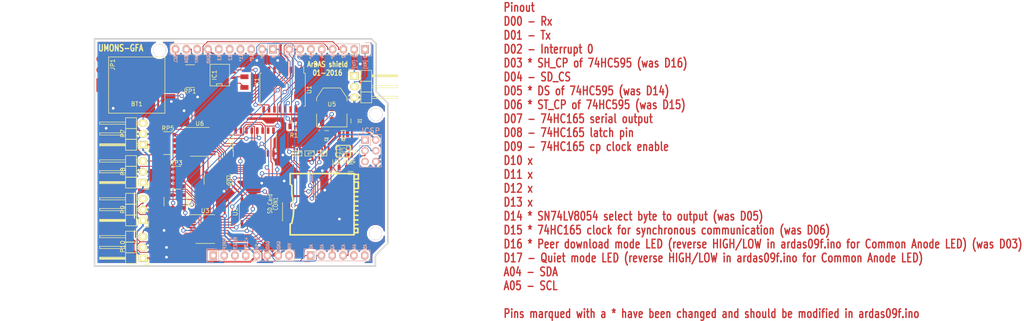
<source format=kicad_pcb>
(kicad_pcb (version 4) (host pcbnew 4.0.1-3.201512221402+6198~38~ubuntu14.04.1-stable)
  (title_block (title ArDAS_shield) (date 2016-01-13) (rev 0.45) (company UMONS-GFA) (comment 1 O.KAUFMANN))
  (layers (0 Front signal) (31 Back signal) (34 B.Paste user) (35 F.Paste user) (36 B.SilkS user) (37 F.SilkS user) (38 B.Mask user) (39 F.Mask user) (44 Edge.Cuts user))
  (net 0 "")
  (net 1 GND)
  (net 2 "Net-(BT1-Pad1)")
  (net 3 +5V)
  (net 4 /+3.3V)
  (net 5 /SEN3)
  (net 6 /MOSI3)
  (net 7 /SCK3)
  (net 8 MISO)
  (net 9 "Net-(CON1-Pad8)")
  (net 10 D17)
  (net 11 D03)
  (net 12 D02)
  (net 13 A05)
  (net 14 A04)
  (net 15 "Net-(IC1-Pad2)")
  (net 16 "Net-(IC1-Pad1)")
  (net 17 D08)
  (net 18 D09)
  (net 19 "Net-(P1-Pad3)")
  (net 20 "Net-(P1-Pad4)")
  (net 21 "Net-(P1-Pad5)")
  (net 22 "Net-(P1-Pad6)")
  (net 23 "Net-(P1-Pad8)")
  (net 24 "Net-(P2-Pad1)")
  (net 25 "Net-(P2-Pad2)")
  (net 26 "Net-(P2-Pad3)")
  (net 27 "Net-(P2-Pad4)")
  (net 28 "Net-(P2-Pad8)")
  (net 29 D00)
  (net 30 D01)
  (net 31 D04)
  (net 32 D05)
  (net 33 SCK)
  (net 34 MOSI)
  (net 35 "Net-(P4-Pad5)")
  (net 36 D14)
  (net 37 D15)
  (net 38 D16)
  (net 39 CH4)
  (net 40 CH3)
  (net 41 CH2)
  (net 42 CH1)
  (net 43 "Net-(R1-Pad2)")
  (net 44 "Net-(RP2-Pad7)")
  (net 45 "Net-(RP2-Pad8)")
  (net 46 "Net-(RP2-Pad5)")
  (net 47 "Net-(RP2-Pad6)")
  (net 48 "Net-(RP3-Pad1)")
  (net 49 "Net-(RP3-Pad4)")
  (net 50 "Net-(RP3-Pad2)")
  (net 51 "Net-(RP3-Pad3)")
  (net 52 "Net-(RP5-Pad7)")
  (net 53 "Net-(RP5-Pad8)")
  (net 54 "Net-(RP5-Pad5)")
  (net 55 "Net-(RP5-Pad6)")
  (net 56 "Net-(U1-Pad9)")
  (net 57 D06)
  (net 58 "Net-(U2-Pad3)")
  (net 59 "Net-(U2-Pad4)")
  (net 60 "Net-(U2-Pad5)")
  (net 61 "Net-(U2-Pad6)")
  (net 62 "Net-(U2-Pad7)")
  (net 63 D07)
  (net 64 "Net-(U2-Pad10)")
  (net 65 "Net-(U2-Pad11)")
  (net 66 "Net-(U2-Pad12)")
  (net 67 "Net-(U2-Pad13)")
  (net 68 "Net-(U2-Pad14)")
  (net 69 "Net-(U4-Pad14)")
  (net 70 "Net-(U4-Pad13)")
  (net 71 "Net-(U4-Pad12)")
  (net 72 "Net-(U4-Pad11)")
  (net 73 "Net-(U4-Pad10)")
  (net 74 "Net-(U4-Pad7)")
  (net 75 "Net-(U4-Pad6)")
  (net 76 "Net-(U4-Pad5)")
  (net 77 "Net-(U4-Pad4)")
  (net 78 "Net-(U4-Pad3)")
  (net 79 "Net-(RP1-Pad8)")
  (net 80 "Net-(RP4-Pad4)")
  (net 81 "Net-(RP4-Pad6)")
  (net 82 "Net-(D1-Pad1)")
  (net 83 "Net-(D1-Pad3)")
  (net 84 "Net-(D1-Pad4)")
  (net 85 D18)
  (net 86 D19)
  (module Pin_Headers:Pin_Header_Angled_1x03 (layer Front) (at 108.026 76.8096)
    (fp_text reference P6 (at 0 -5.1) (layer F.SilkS))
    (fp_text value TTL_COMM)
    (pad 1 thru_hole rect (at 0 0) (size 2.032 1.7272) (drill 1.016) (layers *.Cu *.Mask F.SilkS) (net 30 D01))
    (pad 2 thru_hole oval (at 0 2.54) (size 2.032 1.7272) (drill 1.016) (layers *.Cu *.Mask F.SilkS) (net 29 D00))
    (pad 3 thru_hole oval (at 0 5.08) (size 2.032 1.7272) (drill 1.016) (layers *.Cu *.Mask F.SilkS) (net 1 GND))
  )
  (module Pin_Headers:Pin_Header_Straight_1x08 (layer Back) (at 74.93 119.037 270)
    (fp_text reference P2 hide)
    (fp_text value CONN_8 hide)
    (pad 1 thru_hole rect (at 0 0 270) (size 2.032 1.7272) (drill 1.016) (layers *.Cu *.Mask B.SilkS) (net 24 "Net-(P2-Pad1)"))
    (pad 2 thru_hole oval (at 0 -2.54 270) (size 2.032 1.7272) (drill 1.016) (layers *.Cu *.Mask B.SilkS) (net 25 "Net-(P2-Pad2)"))
    (pad 3 thru_hole oval (at 0 -5.08 270) (size 2.032 1.7272) (drill 1.016) (layers *.Cu *.Mask B.SilkS) (net 26 "Net-(P2-Pad3)"))
    (pad 4 thru_hole oval (at 0 -7.62 270) (size 2.032 1.7272) (drill 1.016) (layers *.Cu *.Mask B.SilkS) (net 27 "Net-(P2-Pad4)"))
    (pad 5 thru_hole oval (at 0 -10.16 270) (size 2.032 1.7272) (drill 1.016) (layers *.Cu *.Mask B.SilkS) (net 3 +5V))
    (pad 6 thru_hole oval (at 0 -12.7 270) (size 2.032 1.7272) (drill 1.016) (layers *.Cu *.Mask B.SilkS) (net 1 GND))
    (pad 7 thru_hole oval (at 0 -15.24 270) (size 2.032 1.7272) (drill 1.016) (layers *.Cu *.Mask B.SilkS) (net 1 GND))
    (pad 8 thru_hole oval (at 0 -17.78 270) (size 2.032 1.7272) (drill 1.016) (layers *.Cu *.Mask B.SilkS) (net 28 "Net-(P2-Pad8)"))
  )
  (module Capacitors_SMD:C_0805 (layer Front) (at 108.077 87.4268 90)
    (fp_text reference C1 (at 0.0635 1.397 90) (layer F.SilkS) (effects (font (size 0.5 0.5) (thickness 0.125))))
    (fp_text value 47uF)
    (pad 1 smd rect (at -1 0 90) (size 1 1.25) (layers Front F.Paste F.Mask) (net 3 +5V))
    (pad 2 smd rect (at 1 0 90) (size 1 1.25) (layers Front F.Paste F.Mask) (net 1 GND))
  )
  (module Capacitors_SMD:C_0805 (layer Front) (at 101.524 90.551 180)
    (fp_text reference C2 (at 0.051 -1.3208 180) (layer F.SilkS) (effects (font (size 0.5 0.5) (thickness 0.125))))
    (fp_text value 47uF)
    (pad 1 smd rect (at -1 0 180) (size 1 1.25) (layers Front F.Paste F.Mask) (net 4 /+3.3V))
    (pad 2 smd rect (at 1 0 180) (size 1 1.25) (layers Front F.Paste F.Mask) (net 1 GND))
  )
  (module MyFootprints:led-P-LCC-4-3 (layer Front) (at 105.41 94.5388 270)
    (fp_text reference D1 (at 0 -2.9845 270) (layer F.SilkS) (effects (font (size 0.5 0.5) (thickness 0.125))))
    (fp_text value LED_RABG (at 2.3495 -0.127 360) (layer F.SilkS) (effects (font (size 0.75 0.75) (thickness 0.127))))
    (pad 1 smd rect (at -0.9 1.27 180) (size 1.9 1.27) (layers Front F.Paste F.Mask) (net 82 "Net-(D1-Pad1)") (clearance 0.254))
    (pad 2 smd rect (at -0.9 -1.27 180) (size 1.9 1.27) (layers Front F.Paste F.Mask) (net 3 +5V) (clearance 0.254))
    (pad 3 smd rect (at 0.9 -1.27 180) (size 1.9 1.27) (layers Front F.Paste F.Mask) (net 83 "Net-(D1-Pad3)") (clearance 0.254))
    (pad 4 smd rect (at 0.9 1.27 180) (size 1.9 1.27) (layers Front F.Paste F.Mask) (net 84 "Net-(D1-Pad4)") (clearance 0.254))
  )
  (module SMD_Packages:SOIC-8-N (layer Front) (at 76.454 76.6318 90)
    (fp_text reference IC1 (at 0 -1.27 90) (layer F.SilkS))
    (fp_text value DS1307)
    (pad 8 smd rect (at -1.905 -3.175 90) (size 0.508 1.143) (layers Front F.Paste F.Mask) (net 3 +5V))
    (pad 7 smd rect (at -0.635 -3.175 90) (size 0.508 1.143) (layers Front F.Paste F.Mask) (net 12 D02))
    (pad 6 smd rect (at 0.635 -3.175 90) (size 0.508 1.143) (layers Front F.Paste F.Mask) (net 13 A05))
    (pad 5 smd rect (at 1.905 -3.175 90) (size 0.508 1.143) (layers Front F.Paste F.Mask) (net 14 A04))
    (pad 4 smd rect (at 1.905 3.175 90) (size 0.508 1.143) (layers Front F.Paste F.Mask) (net 1 GND))
    (pad 3 smd rect (at 0.635 3.175 90) (size 0.508 1.143) (layers Front F.Paste F.Mask) (net 2 "Net-(BT1-Pad1)"))
    (pad 2 smd rect (at -0.635 3.175 90) (size 0.508 1.143) (layers Front F.Paste F.Mask) (net 15 "Net-(IC1-Pad2)"))
    (pad 1 smd rect (at -1.905 3.175 90) (size 0.508 1.143) (layers Front F.Paste F.Mask) (net 16 "Net-(IC1-Pad1)"))
  )
  (module Pin_Headers:Pin_Header_Straight_1x10 (layer Back) (at 88.9254 70.5485 90)
    (fp_text reference P1 (at 0 5.1 90) (layer B.SilkS) (effects (justify mirror)))
    (fp_text value CONN_10 hide)
    (pad 1 thru_hole rect (at 0 0 90) (size 2.032 1.7272) (drill 1.016) (layers *.Cu *.Mask B.SilkS) (net 17 D08))
    (pad 2 thru_hole oval (at 0 -2.54 90) (size 2.032 1.7272) (drill 1.016) (layers *.Cu *.Mask B.SilkS) (net 18 D09))
    (pad 3 thru_hole oval (at 0 -5.08 90) (size 2.032 1.7272) (drill 1.016) (layers *.Cu *.Mask B.SilkS) (net 19 "Net-(P1-Pad3)"))
    (pad 4 thru_hole oval (at 0 -7.62 90) (size 2.032 1.7272) (drill 1.016) (layers *.Cu *.Mask B.SilkS) (net 20 "Net-(P1-Pad4)"))
    (pad 5 thru_hole oval (at 0 -10.16 90) (size 2.032 1.7272) (drill 1.016) (layers *.Cu *.Mask B.SilkS) (net 21 "Net-(P1-Pad5)"))
    (pad 6 thru_hole oval (at 0 -12.7 90) (size 2.032 1.7272) (drill 1.016) (layers *.Cu *.Mask B.SilkS) (net 22 "Net-(P1-Pad6)"))
    (pad 7 thru_hole oval (at 0 -15.24 90) (size 2.032 1.7272) (drill 1.016) (layers *.Cu *.Mask B.SilkS) (net 1 GND))
    (pad 8 thru_hole oval (at 0 -17.78 90) (size 2.032 1.7272) (drill 1.016) (layers *.Cu *.Mask B.SilkS) (net 23 "Net-(P1-Pad8)"))
    (pad 9 thru_hole oval (at 0 -20.32 90) (size 2.032 1.7272) (drill 1.016) (layers *.Cu *.Mask B.SilkS) (net 14 A04))
    (pad 10 thru_hole oval (at 0 -22.86 90) (size 2.032 1.7272) (drill 1.016) (layers *.Cu *.Mask B.SilkS) (net 13 A05))
  )
  (module Socket_Strips:Socket_Strip_Straight_2x03 (layer Back) (at 110.528 91.8845 270)
    (fp_text reference P4 hide)
    (fp_text value CONN_ICSP hide)
    (pad 1 thru_hole rect (at 0 0 270) (size 1.7272 1.7272) (drill 1.016) (layers *.Cu *.Mask B.SilkS) (net 8 MISO))
    (pad 2 thru_hole oval (at 0 -2.54 270) (size 1.7272 1.7272) (drill 1.016) (layers *.Cu *.Mask B.SilkS) (net 3 +5V))
    (pad 3 thru_hole oval (at 2.54 0 270) (size 1.7272 1.7272) (drill 1.016) (layers *.Cu *.Mask B.SilkS) (net 33 SCK))
    (pad 4 thru_hole oval (at 2.54 -2.54 270) (size 1.7272 1.7272) (drill 1.016) (layers *.Cu *.Mask B.SilkS) (net 34 MOSI))
    (pad 5 thru_hole oval (at 5.08 0 270) (size 1.7272 1.7272) (drill 1.016) (layers *.Cu *.Mask B.SilkS) (net 35 "Net-(P4-Pad5)"))
    (pad 6 thru_hole oval (at 5.08 -2.54 270) (size 1.7272 1.7272) (drill 1.016) (layers *.Cu *.Mask B.SilkS) (net 1 GND))
  )
  (module Pin_Headers:Pin_Header_Straight_1x06 (layer Back) (at 97.7646 119.037 270)
    (fp_text reference P5 (at 0 5.1 270) (layer B.SilkS) (effects (justify mirror)))
    (fp_text value CONN_6 hide)
    (pad 1 thru_hole rect (at 0 0 270) (size 2.032 1.7272) (drill 1.016) (layers *.Cu *.Mask B.SilkS) (net 36 D14))
    (pad 2 thru_hole oval (at 0 -2.54 270) (size 2.032 1.7272) (drill 1.016) (layers *.Cu *.Mask B.SilkS) (net 37 D15))
    (pad 3 thru_hole oval (at 0 -5.08 270) (size 2.032 1.7272) (drill 1.016) (layers *.Cu *.Mask B.SilkS) (net 38 D16))
    (pad 4 thru_hole oval (at 0 -7.62 270) (size 2.032 1.7272) (drill 1.016) (layers *.Cu *.Mask B.SilkS) (net 10 D17))
    (pad 5 thru_hole oval (at 0 -10.16 270) (size 2.032 1.7272) (drill 1.016) (layers *.Cu *.Mask B.SilkS) (net 85 D18))
    (pad 6 thru_hole oval (at 0 -12.7 270) (size 2.032 1.7272) (drill 1.016) (layers *.Cu *.Mask B.SilkS) (net 86 D19))
  )
  (module Pin_Headers:Pin_Header_Angled_1x03 (layer Front) (at 58.42 93.0148 180)
    (fp_text reference P7 (at 4.699 2.667 270) (layer F.SilkS))
    (fp_text value CONN_01X03)
    (pad 1 thru_hole rect (at 0 0 180) (size 2.032 1.7272) (drill 1.016) (layers *.Cu *.Mask F.SilkS) (net 3 +5V))
    (pad 2 thru_hole oval (at 0 2.54 180) (size 2.032 1.7272) (drill 1.016) (layers *.Cu *.Mask F.SilkS) (net 1 GND))
    (pad 3 thru_hole oval (at 0 5.08 180) (size 2.032 1.7272) (drill 1.016) (layers *.Cu *.Mask F.SilkS) (net 39 CH4))
  )
  (module Pin_Headers:Pin_Header_Angled_1x03 (layer Front) (at 58.42 101.905 180)
    (fp_text reference P8 (at 4.699 2.6037 270) (layer F.SilkS))
    (fp_text value CONN_01X03)
    (pad 1 thru_hole rect (at 0 0 180) (size 2.032 1.7272) (drill 1.016) (layers *.Cu *.Mask F.SilkS) (net 3 +5V))
    (pad 2 thru_hole oval (at 0 2.54 180) (size 2.032 1.7272) (drill 1.016) (layers *.Cu *.Mask F.SilkS) (net 1 GND))
    (pad 3 thru_hole oval (at 0 5.08 180) (size 2.032 1.7272) (drill 1.016) (layers *.Cu *.Mask F.SilkS) (net 40 CH3))
  )
  (module Pin_Headers:Pin_Header_Angled_1x03 (layer Front) (at 58.42 110.795 180)
    (fp_text reference P9 (at 4.699 2.5402 270) (layer F.SilkS))
    (fp_text value CONN_01X03)
    (pad 1 thru_hole rect (at 0 0 180) (size 2.032 1.7272) (drill 1.016) (layers *.Cu *.Mask F.SilkS) (net 3 +5V))
    (pad 2 thru_hole oval (at 0 2.54 180) (size 2.032 1.7272) (drill 1.016) (layers *.Cu *.Mask F.SilkS) (net 1 GND))
    (pad 3 thru_hole oval (at 0 5.08 180) (size 2.032 1.7272) (drill 1.016) (layers *.Cu *.Mask F.SilkS) (net 41 CH2))
  )
  (module Pin_Headers:Pin_Header_Angled_1x03 (layer Front) (at 58.42 119.685 180)
    (fp_text reference P10 (at 4.7625 2.7307 270) (layer F.SilkS))
    (fp_text value CONN_01X03)
    (pad 1 thru_hole rect (at 0 0 180) (size 2.032 1.7272) (drill 1.016) (layers *.Cu *.Mask F.SilkS) (net 3 +5V))
    (pad 2 thru_hole oval (at 0 2.54 180) (size 2.032 1.7272) (drill 1.016) (layers *.Cu *.Mask F.SilkS) (net 1 GND))
    (pad 3 thru_hole oval (at 0 5.08 180) (size 2.032 1.7272) (drill 1.016) (layers *.Cu *.Mask F.SilkS) (net 42 CH1))
  )
  (module Resistors_SMD:R_0805 (layer Front) (at 93.853 88.6968 180)
    (fp_text reference R1 (at 0 -2.1 180) (layer F.SilkS))
    (fp_text value 10k)
    (pad 1 smd rect (at -0.95 0 180) (size 0.7 1.3) (layers Front F.Paste F.Mask) (net 1 GND))
    (pad 2 smd rect (at 0.95 0 180) (size 0.7 1.3) (layers Front F.Paste F.Mask) (net 43 "Net-(R1-Pad2)"))
  )
  (module Resistors_SMD:R_Array_Convex_4x1206 (layer Front) (at 69.469 76.8858 180)
    (fp_text reference RP1 (at 0 -3.556 180) (layer F.SilkS))
    (fp_text value R_4x4.7k)
    (pad 1 smd rect (at -1.5 -2 180) (size 0.9 0.9) (layers Front F.Paste F.Mask) (net 3 +5V))
    (pad 4 smd rect (at -1.5 2 180) (size 0.9 0.9) (layers Front F.Paste F.Mask) (net 14 A04))
    (pad 2 smd rect (at -1.5 -0.66 180) (size 0.9 0.9) (layers Front F.Paste F.Mask) (net 12 D02))
    (pad 3 smd rect (at -1.5 0.66 180) (size 0.9 0.9) (layers Front F.Paste F.Mask) (net 13 A05))
    (pad 7 smd rect (at 1.5 -0.66 180) (size 0.9 0.9) (layers Front F.Paste F.Mask) (net 3 +5V))
    (pad 8 smd rect (at 1.5 -2 180) (size 0.9 0.9) (layers Front F.Paste F.Mask) (net 79 "Net-(RP1-Pad8)"))
    (pad 5 smd rect (at 1.5 2 180) (size 0.9 0.9) (layers Front F.Paste F.Mask) (net 3 +5V))
    (pad 6 smd rect (at 1.5 0.66 180) (size 0.9 0.9) (layers Front F.Paste F.Mask) (net 3 +5V))
  )
  (module Resistors_SMD:R_Array_Convex_4x1206 (layer Front) (at 66.04 106.35 270)
    (fp_text reference RP2 (at 0 -3.5 270) (layer F.SilkS))
    (fp_text value R_4x10k)
    (pad 1 smd rect (at -1.5 -2 270) (size 0.9 0.9) (layers Front F.Paste F.Mask) (net 3 +5V))
    (pad 4 smd rect (at -1.5 2 270) (size 0.9 0.9) (layers Front F.Paste F.Mask) (net 3 +5V))
    (pad 2 smd rect (at -1.5 -0.66 270) (size 0.9 0.9) (layers Front F.Paste F.Mask) (net 3 +5V))
    (pad 3 smd rect (at -1.5 0.66 270) (size 0.9 0.9) (layers Front F.Paste F.Mask) (net 3 +5V))
    (pad 7 smd rect (at 1.5 -0.66 270) (size 0.9 0.9) (layers Front F.Paste F.Mask) (net 44 "Net-(RP2-Pad7)"))
    (pad 8 smd rect (at 1.5 -2 270) (size 0.9 0.9) (layers Front F.Paste F.Mask) (net 45 "Net-(RP2-Pad8)"))
    (pad 5 smd rect (at 1.5 2 270) (size 0.9 0.9) (layers Front F.Paste F.Mask) (net 46 "Net-(RP2-Pad5)"))
    (pad 6 smd rect (at 1.5 0.66 270) (size 0.9 0.9) (layers Front F.Paste F.Mask) (net 47 "Net-(RP2-Pad6)"))
  )
  (module Resistors_SMD:R_Array_Convex_4x1206 (layer Front) (at 66.294 100.762 180)
    (fp_text reference RP3 (at 0.0635 3.4927 180) (layer F.SilkS))
    (fp_text value R_4x10k)
    (pad 1 smd rect (at -1.5 -2 180) (size 0.9 0.9) (layers Front F.Paste F.Mask) (net 48 "Net-(RP3-Pad1)"))
    (pad 4 smd rect (at -1.5 2 180) (size 0.9 0.9) (layers Front F.Paste F.Mask) (net 49 "Net-(RP3-Pad4)"))
    (pad 2 smd rect (at -1.5 -0.66 180) (size 0.9 0.9) (layers Front F.Paste F.Mask) (net 50 "Net-(RP3-Pad2)"))
    (pad 3 smd rect (at -1.5 0.66 180) (size 0.9 0.9) (layers Front F.Paste F.Mask) (net 51 "Net-(RP3-Pad3)"))
    (pad 7 smd rect (at 1.5 -0.66 180) (size 0.9 0.9) (layers Front F.Paste F.Mask) (net 1 GND))
    (pad 8 smd rect (at 1.5 -2 180) (size 0.9 0.9) (layers Front F.Paste F.Mask) (net 1 GND))
    (pad 5 smd rect (at 1.5 2 180) (size 0.9 0.9) (layers Front F.Paste F.Mask) (net 1 GND))
    (pad 6 smd rect (at 1.5 0.66 180) (size 0.9 0.9) (layers Front F.Paste F.Mask) (net 1 GND))
  )
  (module Resistors_SMD:R_Array_Convex_4x1206 (layer Front) (at 75.438 101.27 270)
    (fp_text reference RP4 (at 0 -3.5 270) (layer F.SilkS))
    (fp_text value R_4x10k)
    (pad 1 smd rect (at -1.5 -2 270) (size 0.9 0.9) (layers Front F.Paste F.Mask) (net 18 D09))
    (pad 4 smd rect (at -1.5 2 270) (size 0.9 0.9) (layers Front F.Paste F.Mask) (net 80 "Net-(RP4-Pad4)"))
    (pad 2 smd rect (at -1.5 -0.66 270) (size 0.9 0.9) (layers Front F.Paste F.Mask) (net 18 D09))
    (pad 3 smd rect (at -1.5 0.66 270) (size 0.9 0.9) (layers Front F.Paste F.Mask) (net 3 +5V))
    (pad 7 smd rect (at 1.5 -0.66 270) (size 0.9 0.9) (layers Front F.Paste F.Mask) (net 1 GND))
    (pad 8 smd rect (at 1.5 -2 270) (size 0.9 0.9) (layers Front F.Paste F.Mask) (net 1 GND))
    (pad 5 smd rect (at 1.5 2 270) (size 0.9 0.9) (layers Front F.Paste F.Mask) (net 3 +5V))
    (pad 6 smd rect (at 1.5 0.66 270) (size 0.9 0.9) (layers Front F.Paste F.Mask) (net 81 "Net-(RP4-Pad6)"))
  )
  (module Resistors_SMD:R_Array_Convex_4x1206 (layer Front) (at 64.2874 92.6338)
    (fp_text reference RP5 (at 0 -3.5) (layer F.SilkS))
    (fp_text value R_4x10k)
    (pad 1 smd rect (at -1.5 -2) (size 0.9 0.9) (layers Front F.Paste F.Mask) (net 3 +5V))
    (pad 4 smd rect (at -1.5 2) (size 0.9 0.9) (layers Front F.Paste F.Mask) (net 3 +5V))
    (pad 2 smd rect (at -1.5 -0.66) (size 0.9 0.9) (layers Front F.Paste F.Mask) (net 3 +5V))
    (pad 3 smd rect (at -1.5 0.66) (size 0.9 0.9) (layers Front F.Paste F.Mask) (net 3 +5V))
    (pad 7 smd rect (at 1.5 -0.66) (size 0.9 0.9) (layers Front F.Paste F.Mask) (net 52 "Net-(RP5-Pad7)"))
    (pad 8 smd rect (at 1.5 -2) (size 0.9 0.9) (layers Front F.Paste F.Mask) (net 53 "Net-(RP5-Pad8)"))
    (pad 5 smd rect (at 1.5 2) (size 0.9 0.9) (layers Front F.Paste F.Mask) (net 54 "Net-(RP5-Pad5)"))
    (pad 6 smd rect (at 1.5 0.66) (size 0.9 0.9) (layers Front F.Paste F.Mask) (net 55 "Net-(RP5-Pad6)"))
  )
  (module Housings_SOIC:SOIC-16_7.5x10.3mm_Pitch1.27mm (layer Front) (at 91.186 80.0608 270)
    (fp_text reference U1 (at 0 -6.25 270) (layer F.SilkS))
    (fp_text value 74HC595)
    (pad 1 smd rect (at -4.65 -4.445 270) (size 1.5 0.6) (layers Front F.Paste F.Mask) (net 47 "Net-(RP2-Pad6)"))
    (pad 2 smd rect (at -4.65 -3.175 270) (size 1.5 0.6) (layers Front F.Paste F.Mask) (net 44 "Net-(RP2-Pad7)"))
    (pad 3 smd rect (at -4.65 -1.905 270) (size 1.5 0.6) (layers Front F.Paste F.Mask) (net 45 "Net-(RP2-Pad8)"))
    (pad 4 smd rect (at -4.65 -0.635 270) (size 1.5 0.6) (layers Front F.Paste F.Mask) (net 54 "Net-(RP5-Pad5)"))
    (pad 5 smd rect (at -4.65 0.635 270) (size 1.5 0.6) (layers Front F.Paste F.Mask) (net 55 "Net-(RP5-Pad6)"))
    (pad 6 smd rect (at -4.65 1.905 270) (size 1.5 0.6) (layers Front F.Paste F.Mask) (net 52 "Net-(RP5-Pad7)"))
    (pad 7 smd rect (at -4.65 3.175 270) (size 1.5 0.6) (layers Front F.Paste F.Mask) (net 53 "Net-(RP5-Pad8)"))
    (pad 8 smd rect (at -4.65 4.445 270) (size 1.5 0.6) (layers Front F.Paste F.Mask) (net 1 GND))
    (pad 9 smd rect (at 4.65 4.445 270) (size 1.5 0.6) (layers Front F.Paste F.Mask) (net 56 "Net-(U1-Pad9)"))
    (pad 10 smd rect (at 4.65 3.175 270) (size 1.5 0.6) (layers Front F.Paste F.Mask) (net 79 "Net-(RP1-Pad8)"))
    (pad 11 smd rect (at 4.65 1.905 270) (size 1.5 0.6) (layers Front F.Paste F.Mask) (net 11 D03))
    (pad 12 smd rect (at 4.65 0.635 270) (size 1.5 0.6) (layers Front F.Paste F.Mask) (net 57 D06))
    (pad 13 smd rect (at 4.65 -0.635 270) (size 1.5 0.6) (layers Front F.Paste F.Mask) (net 43 "Net-(R1-Pad2)"))
    (pad 14 smd rect (at 4.65 -1.905 270) (size 1.5 0.6) (layers Front F.Paste F.Mask) (net 32 D05))
    (pad 15 smd rect (at 4.65 -3.175 270) (size 1.5 0.6) (layers Front F.Paste F.Mask) (net 46 "Net-(RP2-Pad5)"))
    (pad 16 smd rect (at 4.65 -4.445 270) (size 1.5 0.6) (layers Front F.Paste F.Mask) (net 3 +5V))
  )
  (module Housings_SOIC:SOIC-16_3.9x9.9mm_Pitch1.27mm (layer Front) (at 86.106 108.763 90)
    (fp_text reference U2 (at 0 -6 90) (layer F.SilkS))
    (fp_text value 74HC165)
    (pad 1 smd rect (at -2.7 -4.445 90) (size 1.5 0.6) (layers Front F.Paste F.Mask) (net 17 D08))
    (pad 2 smd rect (at -2.7 -3.175 90) (size 1.5 0.6) (layers Front F.Paste F.Mask) (net 37 D15))
    (pad 3 smd rect (at -2.7 -1.905 90) (size 1.5 0.6) (layers Front F.Paste F.Mask) (net 58 "Net-(U2-Pad3)"))
    (pad 4 smd rect (at -2.7 -0.635 90) (size 1.5 0.6) (layers Front F.Paste F.Mask) (net 59 "Net-(U2-Pad4)"))
    (pad 5 smd rect (at -2.7 0.635 90) (size 1.5 0.6) (layers Front F.Paste F.Mask) (net 60 "Net-(U2-Pad5)"))
    (pad 6 smd rect (at -2.7 1.905 90) (size 1.5 0.6) (layers Front F.Paste F.Mask) (net 61 "Net-(U2-Pad6)"))
    (pad 7 smd rect (at -2.7 3.175 90) (size 1.5 0.6) (layers Front F.Paste F.Mask) (net 62 "Net-(U2-Pad7)"))
    (pad 8 smd rect (at -2.7 4.445 90) (size 1.5 0.6) (layers Front F.Paste F.Mask) (net 1 GND))
    (pad 9 smd rect (at 2.7 4.445 90) (size 1.5 0.6) (layers Front F.Paste F.Mask) (net 63 D07))
    (pad 10 smd rect (at 2.7 3.175 90) (size 1.5 0.6) (layers Front F.Paste F.Mask) (net 64 "Net-(U2-Pad10)"))
    (pad 11 smd rect (at 2.7 1.905 90) (size 1.5 0.6) (layers Front F.Paste F.Mask) (net 65 "Net-(U2-Pad11)"))
    (pad 12 smd rect (at 2.7 0.635 90) (size 1.5 0.6) (layers Front F.Paste F.Mask) (net 66 "Net-(U2-Pad12)"))
    (pad 13 smd rect (at 2.7 -0.635 90) (size 1.5 0.6) (layers Front F.Paste F.Mask) (net 67 "Net-(U2-Pad13)"))
    (pad 14 smd rect (at 2.7 -1.905 90) (size 1.5 0.6) (layers Front F.Paste F.Mask) (net 68 "Net-(U2-Pad14)"))
    (pad 15 smd rect (at 2.7 -3.175 90) (size 1.5 0.6) (layers Front F.Paste F.Mask) (net 18 D09))
    (pad 16 smd rect (at 2.7 -4.445 90) (size 1.5 0.6) (layers Front F.Paste F.Mask) (net 3 +5V))
  )
  (module Housings_SSOP:TSSOP-20_4.4x6.5mm_Pitch0.65mm (layer Front) (at 73.025 112.827)
    (fp_text reference U3 (at 0 -4.3) (layer F.SilkS))
    (fp_text value SN74LV8154)
    (pad 1 smd rect (at -2.95 -2.925) (size 1.45 0.45) (layers Front F.Paste F.Mask) (net 42 CH1))
    (pad 2 smd rect (at -2.95 -2.275) (size 1.45 0.45) (layers Front F.Paste F.Mask) (net 41 CH2))
    (pad 3 smd rect (at -2.95 -1.625) (size 1.45 0.45) (layers Front F.Paste F.Mask) (net 45 "Net-(RP2-Pad8)"))
    (pad 4 smd rect (at -2.95 -0.975) (size 1.45 0.45) (layers Front F.Paste F.Mask) (net 44 "Net-(RP2-Pad7)"))
    (pad 5 smd rect (at -2.95 -0.325) (size 1.45 0.45) (layers Front F.Paste F.Mask) (net 47 "Net-(RP2-Pad6)"))
    (pad 6 smd rect (at -2.95 0.325) (size 1.45 0.45) (layers Front F.Paste F.Mask) (net 46 "Net-(RP2-Pad5)"))
    (pad 7 smd rect (at -2.95 0.975) (size 1.45 0.45) (layers Front F.Paste F.Mask) (net 36 D14))
    (pad 8 smd rect (at -2.95 1.625) (size 1.45 0.45) (layers Front F.Paste F.Mask) (net 48 "Net-(RP3-Pad1)"))
    (pad 9 smd rect (at -2.95 2.275) (size 1.45 0.45) (layers Front F.Paste F.Mask) (net 50 "Net-(RP3-Pad2)"))
    (pad 10 smd rect (at -2.95 2.925) (size 1.45 0.45) (layers Front F.Paste F.Mask) (net 1 GND))
    (pad 11 smd rect (at 2.95 2.925) (size 1.45 0.45) (layers Front F.Paste F.Mask) (net 81 "Net-(RP4-Pad6)"))
    (pad 12 smd rect (at 2.95 2.275) (size 1.45 0.45) (layers Front F.Paste F.Mask) (net 61 "Net-(U2-Pad6)"))
    (pad 13 smd rect (at 2.95 1.625) (size 1.45 0.45) (layers Front F.Paste F.Mask) (net 60 "Net-(U2-Pad5)"))
    (pad 14 smd rect (at 2.95 0.975) (size 1.45 0.45) (layers Front F.Paste F.Mask) (net 59 "Net-(U2-Pad4)"))
    (pad 15 smd rect (at 2.95 0.325) (size 1.45 0.45) (layers Front F.Paste F.Mask) (net 58 "Net-(U2-Pad3)"))
    (pad 16 smd rect (at 2.95 -0.325) (size 1.45 0.45) (layers Front F.Paste F.Mask) (net 68 "Net-(U2-Pad14)"))
    (pad 17 smd rect (at 2.95 -0.975) (size 1.45 0.45) (layers Front F.Paste F.Mask) (net 67 "Net-(U2-Pad13)"))
    (pad 18 smd rect (at 2.95 -1.625) (size 1.45 0.45) (layers Front F.Paste F.Mask) (net 66 "Net-(U2-Pad12)"))
    (pad 19 smd rect (at 2.95 -2.275) (size 1.45 0.45) (layers Front F.Paste F.Mask) (net 65 "Net-(U2-Pad11)"))
    (pad 20 smd rect (at 2.95 -2.925) (size 1.45 0.45) (layers Front F.Paste F.Mask) (net 3 +5V))
  )
  (module TO_SOT_Packages_SMD:SC-70-5 (layer Front) (at 97.536 95.0468 180)
    (fp_text reference U7 (at 0 0 180) (layer F.SilkS) (effects (font (size 0.5 0.5) (thickness 0.125))))
    (fp_text value 74LVC1G125)
    (pad 1 smd rect (at -0.6604 1.016 180) (size 0.4064 0.6604) (layers Front F.Paste F.Mask) (net 1 GND))
    (pad 3 smd rect (at 0.6604 1.016 180) (size 0.4064 0.6604) (layers Front F.Paste F.Mask) (net 1 GND))
    (pad 2 smd rect (at 0 1.016 180) (size 0.4064 0.6604) (layers Front F.Paste F.Mask) (net 34 MOSI))
    (pad 4 smd rect (at 0.6604 -1.016 180) (size 0.4064 0.6604) (layers Front F.Paste F.Mask) (net 6 /MOSI3))
    (pad 5 smd rect (at -0.6604 -1.016 180) (size 0.4064 0.6604) (layers Front F.Paste F.Mask) (net 3 +5V))
  )
  (module TO_SOT_Packages_SMD:SC-70-5 (layer Front) (at 100.457 95.0468 180)
    (fp_text reference U8 (at 0 0 180) (layer F.SilkS) (effects (font (size 0.5 0.5) (thickness 0.125))))
    (fp_text value 74LVC1G125)
    (pad 1 smd rect (at -0.6604 1.016 180) (size 0.4064 0.6604) (layers Front F.Paste F.Mask) (net 1 GND))
    (pad 3 smd rect (at 0.6604 1.016 180) (size 0.4064 0.6604) (layers Front F.Paste F.Mask) (net 1 GND))
    (pad 2 smd rect (at 0 1.016 180) (size 0.4064 0.6604) (layers Front F.Paste F.Mask) (net 33 SCK))
    (pad 4 smd rect (at 0.6604 -1.016 180) (size 0.4064 0.6604) (layers Front F.Paste F.Mask) (net 7 /SCK3))
    (pad 5 smd rect (at -0.6604 -1.016 180) (size 0.4064 0.6604) (layers Front F.Paste F.Mask) (net 3 +5V))
  )
  (module TO_SOT_Packages_SMD:SC-70-5 (layer Front) (at 94.615 95.0468 180)
    (fp_text reference U9 (at 0.127 0 180) (layer F.SilkS) (effects (font (size 0.5 0.5) (thickness 0.125))))
    (fp_text value 74LVC1G125)
    (pad 1 smd rect (at -0.6604 1.016 180) (size 0.4064 0.6604) (layers Front F.Paste F.Mask) (net 1 GND))
    (pad 3 smd rect (at 0.6604 1.016 180) (size 0.4064 0.6604) (layers Front F.Paste F.Mask) (net 1 GND))
    (pad 2 smd rect (at 0 1.016 180) (size 0.4064 0.6604) (layers Front F.Paste F.Mask) (net 31 D04))
    (pad 4 smd rect (at 0.6604 -1.016 180) (size 0.4064 0.6604) (layers Front F.Paste F.Mask) (net 5 /SEN3))
    (pad 5 smd rect (at -0.6604 -1.016 180) (size 0.4064 0.6604) (layers Front F.Paste F.Mask) (net 3 +5V))
  )
  (module MyFootprints:XTAL_ABRACON_ABS07 (layer Front) (at 82.2325 78.2828 90)
    (fp_text reference X1 (at 0.127 2.921 90) (layer F.SilkS))
    (fp_text value CRYSTAL)
    (pad 2 smd rect (at 1.25 0) (size 1.9 1.1) (layers Front F.Paste F.Mask) (net 15 "Net-(IC1-Pad2)") (clearance 0.254))
    (pad 1 smd rect (at -1.25 0) (size 1.9 1.1) (layers Front F.Paste F.Mask) (net 16 "Net-(IC1-Pad1)") (clearance 0.254))
  )
  (module Pin_Headers:Pin_Header_Straight_1x08 (layer Back) (at 110.541 70.5739 90)
    (fp_text reference P3 hide)
    (fp_text value CONN_8 hide)
    (pad 1 thru_hole rect (at 0 0 90) (size 2.032 1.7272) (drill 1.016) (layers *.Cu *.Mask B.SilkS) (net 29 D00))
    (pad 2 thru_hole oval (at 0 -2.54 90) (size 2.032 1.7272) (drill 1.016) (layers *.Cu *.Mask B.SilkS) (net 30 D01))
    (pad 3 thru_hole oval (at 0 -5.08 90) (size 2.032 1.7272) (drill 1.016) (layers *.Cu *.Mask B.SilkS) (net 12 D02))
    (pad 4 thru_hole oval (at 0 -7.62 90) (size 2.032 1.7272) (drill 1.016) (layers *.Cu *.Mask B.SilkS) (net 11 D03))
    (pad 5 thru_hole oval (at 0 -10.16 90) (size 2.032 1.7272) (drill 1.016) (layers *.Cu *.Mask B.SilkS) (net 31 D04))
    (pad 6 thru_hole oval (at 0 -12.7 90) (size 2.032 1.7272) (drill 1.016) (layers *.Cu *.Mask B.SilkS) (net 32 D05))
    (pad 7 thru_hole oval (at 0 -15.24 90) (size 2.032 1.7272) (drill 1.016) (layers *.Cu *.Mask B.SilkS) (net 57 D06))
    (pad 8 thru_hole oval (at 0 -17.78 90) (size 2.032 1.7272) (drill 1.016) (layers *.Cu *.Mask B.SilkS) (net 63 D07))
  )
  (module MyFootprints:BATTERY_KEYSTONE_12mm (layer Front) (at 56.9595 78.9813)
    (fp_text reference BT1 (at 0 4.445) (layer F.SilkS))
    (fp_text value Battery)
    (pad 2 smd rect (at 0 0) (size 3.96 3.96) (layers Front F.Paste F.Mask) (net 1 GND) (clearance 0.254))
    (pad 1 smd rect (at -7.87 0) (size 3.18 3.18) (layers Front F.Paste F.Mask) (net 2 "Net-(BT1-Pad1)") (clearance 0.254))
    (pad 1 smd rect (at 7.87 0) (size 3.18 3.18) (layers Front F.Paste F.Mask) (net 2 "Net-(BT1-Pad1)") (clearance 0.254))
  )
  (module TO_SOT_Packages_SMD:SOT-223 (layer Front) (at 102.743 84.2518)
    (fp_text reference U5 (at 0 -0.762) (layer F.SilkS))
    (fp_text value LD1117S33TR)
    (pad 4 smd rect (at 0 -3.302) (size 3.6576 2.032) (layers Front F.Paste F.Mask))
    (pad 2 smd rect (at 0 3.302) (size 1.016 2.032) (layers Front F.Paste F.Mask) (net 4 /+3.3V))
    (pad 3 smd rect (at 2.286 3.302) (size 1.016 2.032) (layers Front F.Paste F.Mask) (net 3 +5V))
    (pad 1 smd rect (at -2.286 3.302) (size 1.016 2.032) (layers Front F.Paste F.Mask) (net 1 GND))
  )
  (module Housings_SSOP:TSSOP-20_4.4x6.5mm_Pitch0.65mm (layer Front) (at 71.755 92.329)
    (fp_text reference U6 (at 0 -4.3) (layer F.SilkS))
    (fp_text value SN74LV8154)
    (pad 1 smd rect (at -2.95 -2.925) (size 1.45 0.45) (layers Front F.Paste F.Mask) (net 40 CH3))
    (pad 2 smd rect (at -2.95 -2.275) (size 1.45 0.45) (layers Front F.Paste F.Mask) (net 39 CH4))
    (pad 3 smd rect (at -2.95 -1.625) (size 1.45 0.45) (layers Front F.Paste F.Mask) (net 53 "Net-(RP5-Pad8)"))
    (pad 4 smd rect (at -2.95 -0.975) (size 1.45 0.45) (layers Front F.Paste F.Mask) (net 52 "Net-(RP5-Pad7)"))
    (pad 5 smd rect (at -2.95 -0.325) (size 1.45 0.45) (layers Front F.Paste F.Mask) (net 55 "Net-(RP5-Pad6)"))
    (pad 6 smd rect (at -2.95 0.325) (size 1.45 0.45) (layers Front F.Paste F.Mask) (net 54 "Net-(RP5-Pad5)"))
    (pad 7 smd rect (at -2.95 0.975) (size 1.45 0.45) (layers Front F.Paste F.Mask) (net 36 D14))
    (pad 8 smd rect (at -2.95 1.625) (size 1.45 0.45) (layers Front F.Paste F.Mask) (net 51 "Net-(RP3-Pad3)"))
    (pad 9 smd rect (at -2.95 2.275) (size 1.45 0.45) (layers Front F.Paste F.Mask) (net 49 "Net-(RP3-Pad4)"))
    (pad 10 smd rect (at -2.95 2.925) (size 1.45 0.45) (layers Front F.Paste F.Mask) (net 1 GND))
    (pad 11 smd rect (at 2.95 2.925) (size 1.45 0.45) (layers Front F.Paste F.Mask) (net 80 "Net-(RP4-Pad4)"))
    (pad 12 smd rect (at 2.95 2.275) (size 1.45 0.45) (layers Front F.Paste F.Mask) (net 75 "Net-(U4-Pad6)"))
    (pad 13 smd rect (at 2.95 1.625) (size 1.45 0.45) (layers Front F.Paste F.Mask) (net 76 "Net-(U4-Pad5)"))
    (pad 14 smd rect (at 2.95 0.975) (size 1.45 0.45) (layers Front F.Paste F.Mask) (net 77 "Net-(U4-Pad4)"))
    (pad 15 smd rect (at 2.95 0.325) (size 1.45 0.45) (layers Front F.Paste F.Mask) (net 78 "Net-(U4-Pad3)"))
    (pad 16 smd rect (at 2.95 -0.325) (size 1.45 0.45) (layers Front F.Paste F.Mask) (net 69 "Net-(U4-Pad14)"))
    (pad 17 smd rect (at 2.95 -0.975) (size 1.45 0.45) (layers Front F.Paste F.Mask) (net 70 "Net-(U4-Pad13)"))
    (pad 18 smd rect (at 2.95 -1.625) (size 1.45 0.45) (layers Front F.Paste F.Mask) (net 71 "Net-(U4-Pad12)"))
    (pad 19 smd rect (at 2.95 -2.275) (size 1.45 0.45) (layers Front F.Paste F.Mask) (net 72 "Net-(U4-Pad11)"))
    (pad 20 smd rect (at 2.95 -2.925) (size 1.45 0.45) (layers Front F.Paste F.Mask) (net 3 +5V))
  )
  (module Housings_SOIC:SOIC-16_3.9x9.9mm_Pitch1.27mm (layer Front) (at 84.6074 92.3798 90)
    (fp_text reference U4 (at 0 -6 90) (layer F.SilkS))
    (fp_text value 74HC165)
    (pad 1 smd rect (at -2.7 -4.445 90) (size 1.5 0.6) (layers Front F.Paste F.Mask) (net 17 D08))
    (pad 2 smd rect (at -2.7 -3.175 90) (size 1.5 0.6) (layers Front F.Paste F.Mask) (net 37 D15))
    (pad 3 smd rect (at -2.7 -1.905 90) (size 1.5 0.6) (layers Front F.Paste F.Mask) (net 78 "Net-(U4-Pad3)"))
    (pad 4 smd rect (at -2.7 -0.635 90) (size 1.5 0.6) (layers Front F.Paste F.Mask) (net 77 "Net-(U4-Pad4)"))
    (pad 5 smd rect (at -2.7 0.635 90) (size 1.5 0.6) (layers Front F.Paste F.Mask) (net 76 "Net-(U4-Pad5)"))
    (pad 6 smd rect (at -2.7 1.905 90) (size 1.5 0.6) (layers Front F.Paste F.Mask) (net 75 "Net-(U4-Pad6)"))
    (pad 7 smd rect (at -2.7 3.175 90) (size 1.5 0.6) (layers Front F.Paste F.Mask) (net 74 "Net-(U4-Pad7)"))
    (pad 8 smd rect (at -2.7 4.445 90) (size 1.5 0.6) (layers Front F.Paste F.Mask) (net 1 GND))
    (pad 9 smd rect (at 2.7 4.445 90) (size 1.5 0.6) (layers Front F.Paste F.Mask) (net 64 "Net-(U2-Pad10)"))
    (pad 10 smd rect (at 2.7 3.175 90) (size 1.5 0.6) (layers Front F.Paste F.Mask) (net 73 "Net-(U4-Pad10)"))
    (pad 11 smd rect (at 2.7 1.905 90) (size 1.5 0.6) (layers Front F.Paste F.Mask) (net 72 "Net-(U4-Pad11)"))
    (pad 12 smd rect (at 2.7 0.635 90) (size 1.5 0.6) (layers Front F.Paste F.Mask) (net 71 "Net-(U4-Pad12)"))
    (pad 13 smd rect (at 2.7 -0.635 90) (size 1.5 0.6) (layers Front F.Paste F.Mask) (net 70 "Net-(U4-Pad13)"))
    (pad 14 smd rect (at 2.7 -1.905 90) (size 1.5 0.6) (layers Front F.Paste F.Mask) (net 69 "Net-(U4-Pad14)"))
    (pad 15 smd rect (at 2.7 -3.175 90) (size 1.5 0.6) (layers Front F.Paste F.Mask) (net 18 D09))
    (pad 16 smd rect (at 2.7 -4.445 90) (size 1.5 0.6) (layers Front F.Paste F.Mask) (net 3 +5V))
  )
  (module Ardas_shield:R_0805 (layer Front) (at 105.474 90.5383)
    (fp_text reference R2 (at -0.064 1.3335) (layer F.SilkS) (effects (font (size 0.5 0.5) (thickness 0.125))))
    (fp_text value 150)
    (pad 1 smd rect (at -0.95 0) (size 0.7 1.3) (layers Front F.Paste F.Mask) (net 82 "Net-(D1-Pad1)"))
    (pad 2 smd rect (at 0.95 0) (size 0.7 1.3) (layers Front F.Paste F.Mask) (net 1 GND))
  )
  (module Ardas_shield:R_0805 (layer Front) (at 103.505 98.4123 180)
    (fp_text reference R3 (at -0.0635 -1.397 180) (layer F.SilkS) (effects (font (size 0.5 0.5) (thickness 0.125))))
    (fp_text value 100)
    (pad 1 smd rect (at -0.95 0 180) (size 0.7 1.3) (layers Front F.Paste F.Mask) (net 84 "Net-(D1-Pad4)"))
    (pad 2 smd rect (at 0.95 0 180) (size 0.7 1.3) (layers Front F.Paste F.Mask) (net 38 D16))
  )
  (module Ardas_shield:R_0805 (layer Front) (at 107.124 98.4123)
    (fp_text reference R4 (at -0.063 1.4605) (layer F.SilkS) (effects (font (size 0.5 0.5) (thickness 0.125))))
    (fp_text value 100)
    (pad 1 smd rect (at -0.95 0) (size 0.7 1.3) (layers Front F.Paste F.Mask) (net 83 "Net-(D1-Pad3)"))
    (pad 2 smd rect (at 0.95 0) (size 0.7 1.3) (layers Front F.Paste F.Mask) (net 10 D17))
  )
  (module RTC_Ardas_test:small_no_jumper (layer Front) (at 48.768 74.1553 270)
    (fp_text reference JP1 (at 0 -2.54 270) (layer F.SilkS))
    (fp_text value Jumper_NO_Small hide)
    (pad 2 smd oval (at 1.27 0 270) (size 2 2.54) (layers Front F.Paste F.Mask) (net 2 "Net-(BT1-Pad1)"))
    (pad 1 smd oval (at -1.27 0 270) (size 2 2.54) (layers Front F.Paste F.Mask) (net 1 GND))
  )
  (module "kicad-gfa local:MountingHole_3mm" (layer Front) (at 62.2808 70.8736)
    (fp_text reference V6 hide)
    (fp_text value "" hide)
    (pad 1 thru_hole circle (at 0 0) (size 3 3) (drill 3) (layers))
  )
  (module "kicad-gfa local:MountingHole_3mm" (layer Front) (at 113.081 85.885)
    (fp_text reference V4 hide)
    (fp_text value "" hide)
    (pad 1 thru_hole circle (at 0 0) (size 3 3) (drill 3) (layers))
  )
  (module "kicad-gfa local:MountingHole_3mm" (layer Front) (at 113.005 113.876)
    (fp_text reference V5 hide)
    (fp_text value "" hide)
    (pad 1 thru_hole circle (at 0 0) (size 3 3) (drill 3) (layers))
  )
  (module Ardas_shield:microsd_socket (layer Front) (at 100.965 106.9848 270)
    (fp_text reference CON1 (at -0.1016 11.41476 270) (layer F.SilkS) (effects (font (size 1.016 0.762) (thickness 0.127))))
    (fp_text value SD_Card (at -0.1016 12.73556 270) (layer F.SilkS) (effects (font (size 1.016 0.762) (thickness 0.127))))
    (pad 8 smd rect (at 4.8006 -7.38378 180) (size 1.67894 0.8001) (layers Front F.Paste F.Mask) (net 9 "Net-(CON1-Pad8)") (clearance 0.254))
    (pad 7 smd rect (at 3.70078 -7.38378 180) (size 1.67894 0.8001) (layers Front F.Paste F.Mask) (net 8 MISO) (clearance 0.254))
    (pad 6 smd rect (at 2.60096 -7.38378 180) (size 1.67894 0.8001) (layers Front F.Paste F.Mask) (net 1 GND) (clearance 0.254))
    (pad 5 smd rect (at 1.50114 -7.38378 180) (size 1.67894 0.8001) (layers Front F.Paste F.Mask) (net 7 /SCK3) (clearance 0.254))
    (pad 4 smd rect (at 0.39878 -7.38378 180) (size 1.67894 0.8001) (layers Front F.Paste F.Mask) (net 4 /+3.3V) (clearance 0.254))
    (pad 3 smd rect (at -0.70104 -7.38378 180) (size 1.67894 0.8001) (layers Front F.Paste F.Mask) (net 1 GND) (clearance 0.254))
    (pad 2 smd rect (at -1.80086 -7.38378 180) (size 1.67894 0.8001) (layers Front F.Paste F.Mask) (net 6 /MOSI3) (clearance 0.254))
    (pad 1 smd rect (at -2.90068 -7.38378 180) (size 1.67894 0.8001) (layers Front F.Paste F.Mask) (net 5 /SEN3) (clearance 0.254))
    (pad CD2 smd rect (at 6.85546 -5.82422 180) (size 1.30048 1.29032) (layers Front F.Paste F.Mask) (clearance 0.254))
    (pad "" smd rect (at 6.74878 7.37616 180) (size 1.69926 1.50114) (layers Front F.Paste F.Mask) (clearance 0.254))
    (pad "" smd rect (at -6.44906 -7.47522 270) (size 1.69926 1.50114) (layers Front F.Paste F.Mask) (clearance 0.254))
    (pad CD1 smd rect (at 6.85546 1.5748 180) (size 1.39954 1.29032) (layers Front F.Paste F.Mask) (clearance 0.254))
    (pad "" smd rect (at -6.74878 7.37616 180) (size 1.69926 1.50114) (layers Front F.Paste F.Mask) (clearance 0.254))
    (pad "" smd rect (at 6.2103 -7.47522 270) (size 1.6002 1.50114) (layers Front F.Paste F.Mask) (clearance 0.254))
  )
  (gr_text "ArDAS shield\n01-2016" (at 101.727 75.1078) (layer F.SilkS) (effects (font (size 1.25 1) (thickness 0.25))))
  (gr_text UMONS-GFA (at 53.213 70.2818) (layer F.SilkS) (effects (font (size 1.524 1.143) (thickness 0.28575))))
  (gr_line (start 112.9665 121.5263) (end 47.0535 121.5263) (angle 90) (layer Edge.Cuts) (width 0.381))
  (gr_line (start 112.9665 119.0498) (end 112.9665 121.5263) (angle 90) (layer Edge.Cuts) (width 0.381))
  (gr_line (start 115.8875 116.1288) (end 112.9665 119.0498) (angle 90) (layer Edge.Cuts) (width 0.381))
  (gr_line (start 115.8875 83.2358) (end 115.8875 116.1288) (angle 90) (layer Edge.Cuts) (width 0.381))
  (gr_line (start 113.157 80.5053) (end 115.8875 83.2358) (angle 90) (layer Edge.Cuts) (width 0.381))
  (gr_line (start 113.157 69.2658) (end 113.157 80.5053) (angle 90) (layer Edge.Cuts) (width 0.381))
  (gr_line (start 113.03 69.1388) (end 113.157 69.2658) (angle 90) (layer Edge.Cuts) (width 0.381))
  (gr_line (start 112.014 68.1228) (end 113.03 69.1388) (angle 90) (layer Edge.Cuts) (width 0.381))
  (gr_line (start 47.0535 68.1228) (end 112.014 68.1228) (angle 90) (layer Edge.Cuts) (width 0.381))
  (gr_line (start 47.0535 121.5263) (end 47.0535 68.1228) (angle 90) (layer Edge.Cuts) (width 0.381))
  (gr_text "Pinout\nD00 - Rx\nD01 - Tx\nD02 - Interrupt 0\nD03 * SH_CP of 74HC595 (was D16)\nD04 - SD_CS\nD05 * DS of 74HC595 (was D14)\nD06 * ST_CP of 74HC595 (was D15)\nD07 - 74HC165 serial output\nD08 - 74HC165 latch pin\nD09 - 74HC165 cp clock enable\nD10 x\nD11 x\nD12 x\nD13 x\nD14 * SN74LV8054 select byte to output (was D05)\nD15 * 74HC165 clock for synchronous communication (was D06)\nD16 * Peer download mode LED (reverse HIGH/LOW in ardas09f.ino for Common Anode LED) (was D03)\nD17 - Quiet mode LED (reverse HIGH/LOW in ardas09f.ino for Common Anode LED)\nA04 - SDA\nA05 - SCL\n\nPins marqued with a * have been changed and should be modified in ardas09f.ino" (at 142.875 96.6978) (layer Front) (effects (font (size 2.032 1.524) (thickness 0.3048)) (justify left)))
  (gr_text SCL (at 66.1162 72.87006 90) (layer B.SilkS) (effects (font (size 0.762 0.635) (thickness 0.16002)) (justify mirror)))
  (gr_text ICSP (at 111.88954 89.66962) (layer B.SilkS) (effects (font (size 1.143 1.27) (thickness 0.1905))))
  (gr_text IOREF (at 77.56652 116.19484 90) (layer B.SilkS) (effects (font (size 0.762 0.635) (thickness 0.16002)) (justify mirror)))
  (gr_text RESET (at 80.11668 116.09578 90) (layer B.SilkS) (effects (font (size 0.762 0.635) (thickness 0.16002)) (justify mirror)))
  (gr_text +3.3V (at 82.64144 116.09578 90) (layer B.SilkS) (effects (font (size 0.762 0.635) (thickness 0.16002)) (justify mirror)))
  (gr_text +5V (at 85.1916 116.54536 90) (layer B.SilkS) (effects (font (size 0.762 0.635) (thickness 0.16002)) (justify mirror)))
  (gr_text GND (at 87.71636 116.62156 90) (layer B.SilkS) (effects (font (size 0.762 0.635) (thickness 0.16002)) (justify mirror)))
  (gr_text GND (at 90.29192 116.62156 90) (layer B.SilkS) (effects (font (size 0.762 0.635) (thickness 0.16002)) (justify mirror)))
  (gr_text VIN (at 92.81668 116.87048 90) (layer B.SilkS) (effects (font (size 0.762 0.635) (thickness 0.16002)) (justify mirror)))
  (gr_text A5 (at 110.5408 116.99494 90) (layer B.SilkS) (effects (font (size 0.762 0.635) (thickness 0.16002)) (justify mirror)))
  (gr_text A4 (at 108.04144 116.96954 90) (layer B.SilkS) (effects (font (size 0.762 0.635) (thickness 0.16002)) (justify mirror)))
  (gr_text A3 (at 105.44048 116.99494 90) (layer B.SilkS) (effects (font (size 0.762 0.635) (thickness 0.16002)) (justify mirror)))
  (gr_text A2 (at 102.91572 117.02034 90) (layer B.SilkS) (effects (font (size 0.762 0.635) (thickness 0.16002)) (justify mirror)))
  (gr_text A1 (at 100.39096 116.99494 90) (layer B.SilkS) (effects (font (size 0.762 0.635) (thickness 0.16002)) (justify mirror)))
  (gr_text A0 (at 97.8662 116.99494 90) (layer B.SilkS) (effects (font (size 0.762 0.635) (thickness 0.16002)) (justify mirror)))
  (gr_text SDA (at 68.61556 72.89546 90) (layer B.SilkS) (effects (font (size 0.762 0.635) (thickness 0.16002)) (justify mirror)))
  (gr_text AREF (at 71.01586 72.94626 90) (layer B.SilkS) (effects (font (size 0.635 0.508) (thickness 0.127)) (justify mirror)))
  (gr_text GND (at 73.8378 72.97166 90) (layer B.SilkS) (effects (font (size 0.762 0.635) (thickness 0.16002)) (justify mirror)))
  (gr_text 13 (at 76.3778 72.59574 90) (layer B.SilkS) (effects (font (size 0.762 0.635) (thickness 0.16002)) (justify mirror)))
  (gr_text 12 (at 78.9178 72.59574 90) (layer B.SilkS) (effects (font (size 0.762 0.635) (thickness 0.16002)) (justify mirror)))
  (gr_text 11* (at 81.4578 72.59574 90) (layer B.SilkS) (effects (font (size 0.762 0.635) (thickness 0.16002)) (justify mirror)))
  (gr_text 10* (at 83.9978 72.59574 90) (layer B.SilkS) (effects (font (size 0.762 0.635) (thickness 0.16002)) (justify mirror)))
  (gr_text 9* (at 86.5378 72.29602 90) (layer B.SilkS) (effects (font (size 0.762 0.635) (thickness 0.16002)) (justify mirror)))
  (gr_text 8 (at 89.0778 72.29602 90) (layer B.SilkS) (effects (font (size 0.762 0.635) (thickness 0.16002)) (justify mirror)))
  (gr_text 7 (at 92.85986 72.34682 90) (layer B.SilkS) (effects (font (size 0.762 0.635) (thickness 0.16002)) (justify mirror)))
  (gr_text 6* (at 95.39986 72.32142 90) (layer B.SilkS) (effects (font (size 0.762 0.635) (thickness 0.16002)) (justify mirror)))
  (gr_text 5* (at 97.93986 72.32142 90) (layer B.SilkS) (effects (font (size 0.762 0.635) (thickness 0.16002)) (justify mirror)))
  (gr_text 4 (at 100.47986 72.34682 90) (layer B.SilkS) (effects (font (size 0.762 0.635) (thickness 0.16002)) (justify mirror)))
  (gr_text 3* (at 103.01986 72.32142 90) (layer B.SilkS) (effects (font (size 0.762 0.635) (thickness 0.16002)) (justify mirror)))
  (gr_text 2 (at 105.49128 72.32142 90) (layer B.SilkS) (effects (font (size 0.762 0.635) (thickness 0.16002)) (justify mirror)))
  (gr_text "1 [TX]" (at 108.04144 73.5203 90) (layer B.SilkS) (effects (font (size 0.762 0.635) (thickness 0.16002)) (justify mirror)))
  (gr_text "0 [RX]" (at 110.5916 73.61936 90) (layer B.SilkS) (effects (font (size 0.762 0.635) (thickness 0.16002)) (justify mirror)))
  (segment (start 91.2495 93.6623) (end 91.2495 87.8078) (width 0.4064) (layer Front) (net 1))
  (segment (start 91.2495 87.8078) (end 90.678 87.2363) (width 0.4064) (layer Front) (net 1))
  (segment (start 90.678 87.2363) (end 88.4555 87.2363) (width 0.4064) (layer Front) (net 1))
  (segment (start 85.6119 116.384) (end 85.6119 116.5237) (width 0.4064) (layer Front) (net 1))
  (via (at 85.725 116.6368) (size 1) (drill 0.635) (layers Front Back) (net 1))
  (segment (start 85.6119 116.5237) (end 85.725 116.6368) (width 0.4064) (layer Front) (net 1))
  (segment (start 104.521 110.4773) (end 104.521 107.1118) (width 0.4064) (layer Back) (net 1))
  (via (at 104.521 110.4773) (size 1) (drill 0.635) (layers Front Back) (net 1))
  (via (at 100.5205 99.1108) (size 1) (drill 0.635) (layers Front Back) (net 1))
  (segment (start 100.5205 103.1113) (end 100.5205 99.1108) (width 0.4064) (layer Front) (net 1))
  (segment (start 101.092 103.6828) (end 100.5205 103.1113) (width 0.4064) (layer Front) (net 1))
  (via (at 101.092 103.6828) (size 1) (drill 0.635) (layers Front Back) (net 1))
  (segment (start 104.521 107.1118) (end 101.092 103.6828) (width 0.4064) (layer Back) (net 1))
  (segment (start 99.1235 74.0283) (end 109.4105 74.0283) (width 0.4064) (layer Front) (net 1))
  (segment (start 109.4232 81.8896) (end 109.982 81.3308) (width 0.4064) (layer Front) (net 1))
  (segment (start 109.982 81.3308) (end 109.982 74.5998) (width 0.4064) (layer Front) (net 1))
  (segment (start 109.982 74.5998) (end 109.4105 74.0283) (width 0.4064) (layer Front) (net 1))
  (via (at 109.4105 74.0283) (size 1) (drill 0.635) (layers Front Back) (net 1))
  (segment (start 109.4232 81.8896) (end 108.026 81.8896) (width 0.4064) (layer Front) (net 1))
  (via (at 99.1235 74.0283) (size 1) (drill 0.635) (layers Front Back) (net 1))
  (segment (start 56.9595 84.4423) (end 51.435 84.4423) (width 0.4064) (layer Front) (net 1))
  (via (at 49.784 89.1413) (size 1) (drill 0.635) (layers Front Back) (net 1))
  (segment (start 49.784 86.0933) (end 49.784 89.1413) (width 0.4064) (layer Back) (net 1))
  (segment (start 51.435 84.4423) (end 49.784 86.0933) (width 0.4064) (layer Back) (net 1))
  (via (at 51.435 84.4423) (size 1) (drill 0.635) (layers Front Back) (net 1))
  (segment (start 59.8504 113.1443) (end 63.373 113.1443) (width 0.4064) (layer Back) (net 1))
  (via (at 63.373 113.1443) (size 1) (drill 0.635) (layers Front Back) (net 1))
  (via (at 63.9445 117.145) (size 1) (drill 0.635) (layers Front Back) (net 1))
  (via (at 63.9445 119.4308) (size 1) (drill 0.635) (layers Front Back) (net 1))
  (segment (start 63.9445 117.145) (end 63.9445 119.4308) (width 0.4064) (layer Back) (net 1))
  (segment (start 90.043 73.2028) (end 85.1535 73.2028) (width 0.4064) (layer Front) (net 1))
  (via (at 85.1535 73.2028) (size 1) (drill 0.635) (layers Front Back) (net 1))
  (segment (start 85.1535 73.2028) (end 85.1535 74.2541) (width 0.4064) (layer Front) (net 1))
  (via (at 90.043 73.2028) (size 1) (drill 0.635) (layers Front Back) (net 1))
  (segment (start 91.2495 93.6623) (end 91.2495 95.4278) (width 0.4064) (layer Front) (net 1))
  (via (at 91.2495 95.4278) (size 1) (drill 0.635) (layers Front Back) (net 1))
  (segment (start 91.567 101.5238) (end 86.8045 101.5238) (width 0.4064) (layer Back) (net 1))
  (segment (start 91.6305 101.5873) (end 91.567 101.5238) (width 0.4064) (layer Front) (net 1))
  (via (at 91.567 101.5238) (size 1) (drill 0.635) (layers Front Back) (net 1))
  (segment (start 92.7689 101.5873) (end 91.6305 101.5873) (width 0.4064) (layer Front) (net 1))
  (via (at 86.2965 102.0318) (size 1) (drill 0.635) (layers Front Back) (net 1))
  (segment (start 86.8045 101.5238) (end 86.2965 102.0318) (width 0.4064) (layer Back) (net 1))
  (segment (start 89.0524 95.0798) (end 89.0524 96.2152) (width 0.4064) (layer Front) (net 1))
  (segment (start 92.7689 99.9317) (end 92.7689 101.5873) (width 0.4064) (layer Front) (net 1))
  (segment (start 92.7689 101.5873) (end 92.7689 102.128) (width 0.4064) (layer Front) (net 1))
  (segment (start 89.0524 96.2152) (end 92.7689 99.9317) (width 0.4064) (layer Front) (net 1))
  (segment (start 92.608414 116.59872) (end 93.078334 116.1288) (width 0.4064) (layer Back) (net 1))
  (segment (start 106.045 110.4773) (end 104.521 110.4773) (width 0.4064) (layer Back) (net 1))
  (segment (start 106.045 110.4773) (end 108.29925 108.22305) (width 0.4064) (layer Back) (net 1))
  (segment (start 104.521 114.3508) (end 104.521 110.4773) (width 0.4064) (layer Back) (net 1))
  (segment (start 102.743 116.1288) (end 104.521 114.3508) (width 0.4064) (layer Back) (net 1))
  (segment (start 93.078334 116.1288) (end 102.743 116.1288) (width 0.4064) (layer Back) (net 1))
  (segment (start 90.17 119.037) (end 92.608414 116.59872) (width 0.4064) (layer Back) (net 1))
  (segment (start 113.068 96.9645) (end 113.0935 96.99) (width 0.4064) (layer Back) (net 1))
  (segment (start 113.0935 96.99) (end 113.0935 102.5398) (width 0.4064) (layer Back) (net 1))
  (segment (start 113.0935 102.5398) (end 113.0935 103.1113) (width 0.4064) (layer Back) (net 1))
  (segment (start 113.0935 103.1113) (end 113.0935 103.4288) (width 0.4064) (layer Back) (net 1))
  (segment (start 113.0935 103.4288) (end 108.29925 108.22305) (width 0.4064) (layer Back) (net 1))
  (segment (start 108.29925 108.22305) (end 108.2675 108.2548) (width 0.4064) (layer Back) (net 1))
  (segment (start 66.167 84.1248) (end 65.0875 83.0453) (width 0.4064) (layer Back) (net 1))
  (via (at 65.0875 82.8548) (size 1) (drill 0.635) (layers Front Back) (net 1))
  (segment (start 65.0875 83.0453) (end 65.0875 82.8548) (width 0.4064) (layer Back) (net 1))
  (segment (start 69.5136 80.8039) (end 70.485 81.7753) (width 0.4064) (layer Back) (net 1))
  (via (at 71.247 81.7753) (size 1) (drill 0.635) (layers Front Back) (net 1))
  (segment (start 70.485 81.7753) (end 71.247 81.7753) (width 0.4064) (layer Back) (net 1))
  (segment (start 66.2116 84.1059) (end 67.1195 85.0138) (width 0.4064) (layer Back) (net 1))
  (via (at 68.072 85.0138) (size 1) (drill 0.635) (layers Front Back) (net 1))
  (segment (start 67.1195 85.0138) (end 68.072 85.0138) (width 0.4064) (layer Back) (net 1))
  (via (at 77.438 103.941) (size 1) (layers Front Back) (net 1))
  (segment (start 95.23 105.08) (end 95.2322 105.082) (width 0.4064) (layer Front) (net 1))
  (segment (start 92.7689 105.08) (end 95.23 105.08) (width 0.4064) (layer Front) (net 1))
  (segment (start 100.524 89.0435) (end 100.524 90.551) (width 0.4064) (layer Front) (net 1))
  (segment (start 100.457 88.9765) (end 100.524 89.0435) (width 0.4064) (layer Front) (net 1))
  (segment (start 100.457 87.5538) (end 100.457 88.9765) (width 0.4064) (layer Front) (net 1))
  (segment (start 96.8756 94.0308) (end 96.8756 93.2939) (width 0.4064) (layer Front) (net 1))
  (segment (start 95.225 93.9804) (end 95.2754 94.0308) (width 0.4062) (layer Front) (net 1))
  (segment (start 95.225 93.9188) (end 95.225 93.9804) (width 0.4062) (layer Front) (net 1))
  (segment (start 100.524 93.2938) (end 100.524 90.551) (width 0.4064) (layer Front) (net 1))
  (segment (start 100.524 93.2939) (end 100.524 93.2938) (width 0.4064) (layer Front) (net 1))
  (segment (start 99.7966 93.2939) (end 100.524 93.2939) (width 0.4064) (layer Front) (net 1))
  (segment (start 90.17 117.614) (end 90.17 118.326) (width 0.4064) (layer Front) (net 1))
  (segment (start 90.551 117.233) (end 90.17 117.614) (width 0.4064) (layer Front) (net 1))
  (segment (start 90.551 111.463) (end 90.551 117.233) (width 0.4064) (layer Front) (net 1))
  (segment (start 86.741 74.2541) (end 86.741 75.4108) (width 0.4064) (layer Front) (net 1))
  (segment (start 81.0799 74.2541) (end 85.1535 74.2541) (width 0.4064) (layer Front) (net 1))
  (segment (start 85.1535 74.2541) (end 86.741 74.2541) (width 0.4064) (layer Front) (net 1))
  (segment (start 80.6072 74.7268) (end 81.0799 74.2541) (width 0.4064) (layer Front) (net 1))
  (segment (start 79.629 74.7268) (end 80.6072 74.7268) (width 0.4064) (layer Front) (net 1))
  (segment (start 63.913 102.762) (end 58.42 108.255) (width 0.4064) (layer Front) (net 1))
  (segment (start 64.794 102.762) (end 63.913 102.762) (width 0.4064) (layer Front) (net 1))
  (segment (start 77.8637 74.7268) (end 79.629 74.7268) (width 0.4064) (layer Front) (net 1))
  (segment (start 73.6854 70.5485) (end 77.8637 74.7268) (width 0.4064) (layer Front) (net 1))
  (segment (start 88.9003 119.037) (end 88.2652 119.037) (width 0.4064) (layer Front) (net 1))
  (segment (start 89.6117 118.326) (end 88.9003 119.037) (width 0.4064) (layer Front) (net 1))
  (segment (start 90.17 118.326) (end 89.6117 118.326) (width 0.4064) (layer Front) (net 1))
  (segment (start 85.6119 116.384) (end 88.2652 119.037) (width 0.4064) (layer Front) (net 1))
  (segment (start 71.8384 116.384) (end 85.6119 116.384) (width 0.4064) (layer Front) (net 1))
  (segment (start 71.2067 115.752) (end 71.8384 116.384) (width 0.4064) (layer Front) (net 1))
  (segment (start 70.075 115.752) (end 71.2067 115.752) (width 0.4064) (layer Front) (net 1))
  (segment (start 67.5503 117.145) (end 63.9445 117.145) (width 0.4064) (layer Front) (net 1))
  (segment (start 63.9445 117.145) (end 58.42 117.145) (width 0.4064) (layer Front) (net 1))
  (segment (start 68.9433 115.752) (end 67.5503 117.145) (width 0.4064) (layer Front) (net 1))
  (segment (start 70.075 115.752) (end 68.9433 115.752) (width 0.4064) (layer Front) (net 1))
  (segment (start 64.794 99.365) (end 58.42 99.365) (width 0.4064) (layer Front) (net 1))
  (segment (start 56.9972 91.8976) (end 58.42 90.4748) (width 0.4064) (layer Back) (net 1))
  (segment (start 56.9972 97.9422) (end 56.9972 91.8976) (width 0.4064) (layer Back) (net 1))
  (segment (start 58.42 99.365) (end 56.9972 97.9422) (width 0.4064) (layer Back) (net 1))
  (segment (start 108.077 83.2109) (end 108.077 86.4268) (width 0.4064) (layer Front) (net 1))
  (segment (start 108.026 83.1599) (end 108.077 83.2109) (width 0.4064) (layer Front) (net 1))
  (segment (start 108.026 81.8896) (end 108.026 83.1599) (width 0.4064) (layer Front) (net 1))
  (segment (start 106.424 88.1749) (end 106.424 90.5383) (width 0.4064) (layer Front) (net 1))
  (segment (start 107.265 87.3335) (end 106.424 88.1749) (width 0.4064) (layer Front) (net 1))
  (segment (start 108.077 87.3335) (end 107.265 87.3335) (width 0.4064) (layer Front) (net 1))
  (segment (start 108.077 86.4268) (end 108.077 87.3335) (width 0.4064) (layer Front) (net 1))
  (segment (start 56.9595 89.0143) (end 58.42 90.4748) (width 0.4064) (layer Front) (net 1))
  (segment (start 56.9595 78.9813) (end 56.9595 84.4423) (width 0.4064) (layer Front) (net 1))
  (segment (start 56.9595 84.4423) (end 56.9595 89.0143) (width 0.4064) (layer Front) (net 1))
  (segment (start 93.9546 94.0308) (end 93.9546 93.6623) (width 0.4064) (layer Front) (net 1))
  (segment (start 64.794 97.9053) (end 64.794 98.762) (width 0.4064) (layer Front) (net 1))
  (segment (start 65.022 97.9053) (end 64.794 97.9053) (width 0.4064) (layer Front) (net 1))
  (segment (start 67.6733 95.254) (end 65.022 97.9053) (width 0.4064) (layer Front) (net 1))
  (segment (start 68.805 95.254) (end 67.6733 95.254) (width 0.4064) (layer Front) (net 1))
  (segment (start 77.438 102.77) (end 76.098 102.77) (width 0.4064) (layer Front) (net 1))
  (segment (start 108.026 85.0115) (end 108.026 81.8896) (width 0.4064) (layer Back) (net 1))
  (segment (start 114.395 91.3808) (end 108.026 85.0115) (width 0.4064) (layer Back) (net 1))
  (segment (start 114.395 95.6372) (end 114.395 91.3808) (width 0.4064) (layer Back) (net 1))
  (segment (start 113.068 96.9645) (end 114.395 95.6372) (width 0.4064) (layer Back) (net 1))
  (segment (start 99.7966 94.7677) (end 99.7966 94.0308) (width 0.4064) (layer Front) (net 1))
  (segment (start 98.1964 94.7677) (end 99.7966 94.7677) (width 0.4064) (layer Front) (net 1))
  (segment (start 98.1964 94.0308) (end 98.1964 94.7677) (width 0.4064) (layer Front) (net 1))
  (segment (start 54.5728 78.6901) (end 48.768 72.8853) (width 0.4064) (layer Front) (net 1))
  (segment (start 54.5728 78.9813) (end 54.5728 78.6901) (width 0.4064) (layer Front) (net 1))
  (segment (start 56.9595 78.9813) (end 54.5728 78.9813) (width 0.4064) (layer Front) (net 1))
  (segment (start 95.2322 108.384) (end 92.7689 108.384) (width 0.4064) (layer Front) (net 1))
  (segment (start 90.551 110.306) (end 90.551 111.463) (width 0.4064) (layer Front) (net 1))
  (segment (start 92.4733 108.384) (end 90.551 110.306) (width 0.4064) (layer Front) (net 1))
  (segment (start 92.7689 108.384) (end 92.4733 108.384) (width 0.4064) (layer Front) (net 1))
  (segment (start 77.438 103.941) (end 77.438 102.77) (width 0.4064) (layer Front) (net 1))
  (segment (start 59.8504 109.685) (end 59.8504 109.944) (width 0.4064) (layer Back) (net 1))
  (segment (start 58.42 108.255) (end 59.8504 109.685) (width 0.4064) (layer Back) (net 1))
  (segment (start 59.8504 115.715) (end 58.42 117.145) (width 0.4064) (layer Back) (net 1))
  (segment (start 59.8504 109.944) (end 59.8504 113.1443) (width 0.4064) (layer Back) (net 1))
  (segment (start 59.8504 113.1443) (end 59.8504 115.715) (width 0.4064) (layer Back) (net 1))
  (segment (start 89.0524 93.9231) (end 89.0524 95.0798) (width 0.4064) (layer Front) (net 1))
  (segment (start 89.3132 93.6623) (end 89.0524 93.9231) (width 0.4064) (layer Front) (net 1))
  (segment (start 93.9546 93.6623) (end 91.2495 93.6623) (width 0.4064) (layer Front) (net 1))
  (segment (start 91.2495 93.6623) (end 89.3132 93.6623) (width 0.4064) (layer Front) (net 1))
  (segment (start 71.4351 109.944) (end 77.438 103.941) (width 0.4064) (layer Back) (net 1))
  (segment (start 59.8504 109.944) (end 71.4351 109.944) (width 0.4064) (layer Back) (net 1))
  (segment (start 73.6854 76.6321) (end 73.6854 70.5485) (width 0.4064) (layer Back) (net 1))
  (segment (start 59.8427 90.4748) (end 65.16385 85.15365) (width 0.4064) (layer Back) (net 1))
  (segment (start 65.16385 85.15365) (end 66.2116 84.1059) (width 0.4064) (layer Back) (net 1))
  (segment (start 66.2116 84.1059) (end 69.5136 80.8039) (width 0.4064) (layer Back) (net 1))
  (segment (start 69.5136 80.8039) (end 73.6854 76.6321) (width 0.4064) (layer Back) (net 1))
  (segment (start 58.42 90.4748) (end 59.8427 90.4748) (width 0.4064) (layer Back) (net 1))
  (segment (start 94.0463 88.6968) (end 94.803 88.6968) (width 0.4064) (layer Front) (net 1))
  (segment (start 94.0463 90.4004) (end 94.0463 88.6968) (width 0.4064) (layer Front) (net 1))
  (segment (start 94.1373 90.4914) (end 94.0463 90.4004) (width 0.4064) (layer Front) (net 1))
  (segment (start 94.1373 93.2939) (end 94.1373 90.4914) (width 0.4064) (layer Front) (net 1))
  (segment (start 93.9546 93.4766) (end 94.1373 93.2939) (width 0.4064) (layer Front) (net 1))
  (segment (start 93.9546 93.6623) (end 93.9546 93.4766) (width 0.4064) (layer Front) (net 1))
  (segment (start 94.1373 93.2939) (end 95.225 93.2939) (width 0.4064) (layer Front) (net 1))
  (segment (start 87.63 119.037) (end 88.2652 119.037) (width 0.4064) (layer Front) (net 1))
  (segment (start 90.17 119.037) (end 90.17 118.326) (width 0.4064) (layer Front) (net 1))
  (segment (start 95.225 93.9188) (end 95.225 93.2939) (width 0.4064) (layer Front) (net 1))
  (segment (start 95.225 93.2939) (end 96.8756 93.2939) (width 0.4064) (layer Front) (net 1))
  (segment (start 64.794 98.762) (end 64.794 99.365) (width 0.4064) (layer Front) (net 1))
  (segment (start 64.794 99.365) (end 64.794 100.102) (width 0.4064) (layer Front) (net 1))
  (segment (start 99.7966 94.0308) (end 99.7966 93.2939) (width 0.4064) (layer Front) (net 1))
  (segment (start 99.7966 93.2939) (end 96.8756 93.2939) (width 0.4064) (layer Front) (net 1))
  (segment (start 64.794 100.102) (end 64.794 101.422) (width 0.4064) (layer Front) (net 1))
  (segment (start 64.794 101.422) (end 64.794 102.762) (width 0.4064) (layer Front) (net 1))
  (segment (start 92.7689 102.128) (end 92.7689 105.08) (width 0.4064) (layer Front) (net 1))
  (segment (start 92.7689 105.08) (end 92.7689 108.384) (width 0.4064) (layer Front) (net 1))
  (segment (start 101.117 94.0308) (end 101.117 93.6623) (width 0.4064) (layer Front) (net 1))
  (segment (start 101.117 93.2938) (end 100.524 93.2938) (width 0.4064) (layer Front) (net 1))
  (segment (start 101.117 93.6623) (end 101.117 93.2938) (width 0.4064) (layer Front) (net 1))
  (segment (start 101.1174 93.6627) (end 101.1174 94.0308) (width 0.4064) (layer Front) (net 1))
  (segment (start 101.117 93.6623) (end 101.1174 93.6627) (width 0.4064) (layer Front) (net 1))
  (segment (start 67.0982 80.5475) (end 67.1195 80.5262) (width 0.2032) (layer Front) (net 2))
  (segment (start 66.6324 81.0133) (end 66.6324 83.4953) (width 0.2032) (layer Front) (net 2))
  (segment (start 66.6324 83.4953) (end 63.6554 86.4723) (width 0.2032) (layer Front) (net 2))
  (segment (start 63.6554 86.4723) (end 63.6554 95.1026) (width 0.2032) (layer Front) (net 2))
  (segment (start 63.6554 95.1026) (end 63.369 95.389) (width 0.2032) (layer Front) (net 2))
  (segment (start 63.369 95.389) (end 58.4831 95.389) (width 0.2032) (layer Front) (net 2))
  (segment (start 58.4831 95.389) (end 49.0895 85.9954) (width 0.2032) (layer Front) (net 2))
  (segment (start 49.0895 85.9954) (end 49.0895 78.9813) (width 0.2032) (layer Front) (net 2))
  (segment (start 66.6324 81.0133) (end 67.0982 80.5475) (width 0.2032) (layer Front) (net 2))
  (segment (start 67.1195 80.5262) (end 67.1195 80.0608) (width 0.2032) (layer Front) (net 2))
  (segment (start 67.8815 80.0496) (end 67.8703 80.0608) (width 0.2032) (layer Front) (net 2))
  (segment (start 67.8703 80.0608) (end 67.1195 80.0608) (width 0.2032) (layer Front) (net 2))
  (segment (start 73.9188 80.0496) (end 77.9716 75.9968) (width 0.2032) (layer Front) (net 2))
  (segment (start 77.9716 75.9968) (end 79.629 75.9968) (width 0.2032) (layer Front) (net 2))
  (segment (start 67.8815 80.0496) (end 73.9188 80.0496) (width 0.2032) (layer Front) (net 2))
  (segment (start 67.1195 80.0608) (end 67.1195 79.3762) (width 0.2032) (layer Front) (net 2))
  (segment (start 67.1195 79.3762) (end 66.7246 78.9813) (width 0.2032) (layer Front) (net 2))
  (segment (start 64.8295 78.9813) (end 66.7246 78.9813) (width 0.2032) (layer Front) (net 2))
  (segment (start 49.0895 77.0519) (end 49.0895 78.9813) (width 0.2032) (layer Front) (net 2))
  (segment (start 48.768 76.7304) (end 49.0895 77.0519) (width 0.2032) (layer Front) (net 2))
  (segment (start 48.768 75.4253) (end 48.768 76.7304) (width 0.2032) (layer Front) (net 2))
  (segment (start 94.742 85.8675) (end 96.8728 85.8675) (width 0.4064) (layer Front) (net 3))
  (segment (start 96.8728 85.8675) (end 97.8535 84.8868) (width 0.4064) (layer Front) (net 3))
  (segment (start 98.679 84.8868) (end 98.679 84.8749) (width 0.4064) (layer Front) (net 3))
  (segment (start 97.8535 84.8868) (end 98.679 84.8868) (width 0.4064) (layer Front) (net 3))
  (segment (start 67.969 76.2258) (end 67.944 76.2508) (width 0.4064) (layer Front) (net 3))
  (segment (start 67.944 76.2508) (end 62.611 76.2508) (width 0.4064) (layer Front) (net 3))
  (segment (start 61.976 85.5853) (end 62.7874 86.3967) (width 0.4064) (layer Front) (net 3))
  (segment (start 61.976 76.8858) (end 61.976 85.5853) (width 0.4064) (layer Front) (net 3))
  (segment (start 62.611 76.2508) (end 61.976 76.8858) (width 0.4064) (layer Front) (net 3))
  (via (at 77.61 109.734) (size 1) (layers Front Back) (net 3))
  (via (at 98.0253 97.16) (size 1) (layers Front Back) (net 3))
  (segment (start 77.61 107.924) (end 81.1445 104.39) (width 0.4064) (layer Front) (net 3))
  (segment (start 77.61 109.734) (end 77.61 107.924) (width 0.4064) (layer Front) (net 3))
  (segment (start 80.1624 89.6798) (end 80.1624 88.5231) (width 0.4064) (layer Front) (net 3))
  (segment (start 74.778 99.77) (end 74.778 100.627) (width 0.4064) (layer Front) (net 3))
  (segment (start 62.7874 93.2938) (end 62.7874 94.6338) (width 0.4064) (layer Front) (net 3))
  (segment (start 62.7874 93.0148) (end 58.42 93.0148) (width 0.4064) (layer Front) (net 3))
  (segment (start 77.3814 100.627) (end 81.1445 104.39) (width 0.4064) (layer Front) (net 3))
  (segment (start 74.778 100.627) (end 77.3814 100.627) (width 0.4064) (layer Front) (net 3))
  (segment (start 67.969 76.2258) (end 67.969 77.5458) (width 0.4064) (layer Front) (net 3))
  (segment (start 70.1123 78.8858) (end 70.969 78.8858) (width 0.4064) (layer Front) (net 3))
  (segment (start 70.1123 78.8324) (end 70.1123 78.8858) (width 0.4064) (layer Front) (net 3))
  (segment (start 68.8257 77.5458) (end 70.1123 78.8324) (width 0.4064) (layer Front) (net 3))
  (segment (start 67.969 77.5458) (end 68.8257 77.5458) (width 0.4064) (layer Front) (net 3))
  (segment (start 109.61 88.4268) (end 108.077 88.4268) (width 0.4064) (layer Front) (net 3))
  (segment (start 113.068 91.8845) (end 109.61 88.4268) (width 0.4064) (layer Front) (net 3))
  (segment (start 72.3008 78.5368) (end 73.279 78.5368) (width 0.4064) (layer Front) (net 3))
  (segment (start 71.9518 78.8858) (end 72.3008 78.5368) (width 0.4064) (layer Front) (net 3))
  (segment (start 70.969 78.8858) (end 71.9518 78.8858) (width 0.4064) (layer Front) (net 3))
  (segment (start 107.045 88.4268) (end 108.077 88.4268) (width 0.4064) (layer Front) (net 3))
  (segment (start 107.045 88.9738) (end 107.045 88.4268) (width 0.4064) (layer Front) (net 3))
  (segment (start 107.452 89.381) (end 107.045 88.9738) (width 0.4064) (layer Front) (net 3))
  (segment (start 107.452 91.8246) (end 107.452 89.381) (width 0.4064) (layer Front) (net 3))
  (segment (start 106.68 92.5971) (end 107.452 91.8246) (width 0.4064) (layer Front) (net 3))
  (segment (start 106.68 93.6388) (end 106.68 92.5971) (width 0.4064) (layer Front) (net 3))
  (segment (start 83.6409 120.486) (end 85.09 119.037) (width 0.4064) (layer Front) (net 3))
  (segment (start 60.6438 120.486) (end 83.6409 120.486) (width 0.4064) (layer Front) (net 3))
  (segment (start 59.8427 119.685) (end 60.6438 120.486) (width 0.4064) (layer Front) (net 3))
  (segment (start 58.42 119.685) (end 59.8427 119.685) (width 0.4064) (layer Front) (net 3))
  (segment (start 58.42 112.065) (end 58.42 111.43) (width 0.4064) (layer Back) (net 3))
  (segment (start 56.9915 113.494) (end 58.42 112.065) (width 0.4064) (layer Back) (net 3))
  (segment (start 56.9915 118.256) (end 56.9915 113.494) (width 0.4064) (layer Back) (net 3))
  (segment (start 58.42 119.685) (end 56.9915 118.256) (width 0.4064) (layer Back) (net 3))
  (segment (start 58.42 103.175) (end 58.42 102.54) (width 0.4064) (layer Back) (net 3))
  (segment (start 56.9915 104.604) (end 58.42 103.175) (width 0.4064) (layer Back) (net 3))
  (segment (start 56.9915 110.002) (end 56.9915 104.604) (width 0.4064) (layer Back) (net 3))
  (segment (start 58.42 111.43) (end 56.9915 110.002) (width 0.4064) (layer Back) (net 3))
  (segment (start 59.8486 101.112) (end 58.42 102.54) (width 0.4064) (layer Back) (net 3))
  (segment (start 59.8486 95.7137) (end 59.8486 101.112) (width 0.4064) (layer Back) (net 3))
  (segment (start 58.42 94.2851) (end 59.8486 95.7137) (width 0.4064) (layer Back) (net 3))
  (segment (start 58.42 93.0148) (end 58.42 94.2851) (width 0.4064) (layer Back) (net 3))
  (segment (start 62.7874 91.9738) (end 62.7874 90.6338) (width 0.4064) (layer Front) (net 3))
  (segment (start 73.438 101.913) (end 73.6764 101.675) (width 0.4064) (layer Front) (net 3))
  (segment (start 73.438 102.77) (end 73.438 101.913) (width 0.4064) (layer Front) (net 3))
  (segment (start 73.7298 101.675) (end 74.778 100.627) (width 0.4064) (layer Front) (net 3))
  (segment (start 73.6764 101.675) (end 73.7298 101.675) (width 0.4064) (layer Front) (net 3))
  (segment (start 73.5733 89.404) (end 74.705 89.404) (width 0.4064) (layer Front) (net 3))
  (segment (start 73.5733 91.7304) (end 73.5733 89.404) (width 0.4064) (layer Front) (net 3))
  (segment (start 72.5812 92.7225) (end 73.5733 91.7304) (width 0.4064) (layer Front) (net 3))
  (segment (start 72.5812 100.58) (end 72.5812 92.7225) (width 0.4064) (layer Front) (net 3))
  (segment (start 73.6764 101.675) (end 72.5812 100.58) (width 0.4064) (layer Front) (net 3))
  (segment (start 105.497 89.0162) (end 105.029 88.5484) (width 0.4064) (layer Front) (net 3))
  (segment (start 105.497 91.4139) (end 105.497 89.0162) (width 0.4064) (layer Front) (net 3))
  (segment (start 106.68 92.5971) (end 105.497 91.4139) (width 0.4064) (layer Front) (net 3))
  (segment (start 77.61 111.557) (end 77.61 109.734) (width 0.4064) (layer Back) (net 3))
  (segment (start 77.597 111.57) (end 77.61 111.557) (width 0.4064) (layer Back) (net 3))
  (segment (start 77.597 114.351) (end 77.597 111.57) (width 0.4064) (layer Back) (net 3))
  (segment (start 79.5655 116.319) (end 77.597 114.351) (width 0.4064) (layer Back) (net 3))
  (segment (start 82.3595 116.319) (end 79.5655 116.319) (width 0.4064) (layer Back) (net 3))
  (segment (start 82.423 116.383) (end 82.3595 116.319) (width 0.4064) (layer Back) (net 3))
  (segment (start 82.423 116.37) (end 82.423 116.383) (width 0.4064) (layer Back) (net 3))
  (segment (start 85.09 119.037) (end 82.423 116.37) (width 0.4064) (layer Back) (net 3))
  (segment (start 77.4424 109.902) (end 77.61 109.734) (width 0.4064) (layer Front) (net 3))
  (segment (start 75.975 109.902) (end 77.4424 109.902) (width 0.4064) (layer Front) (net 3))
  (segment (start 95.631 84.7108) (end 95.631 85.7758) (width 0.4064) (layer Front) (net 3))
  (segment (start 95.631 85.7758) (end 95.631 85.8675) (width 0.4064) (layer Front) (net 3))
  (segment (start 76.7176 88.5231) (end 80.1624 88.5231) (width 0.4064) (layer Front) (net 3))
  (segment (start 75.8367 89.404) (end 76.7176 88.5231) (width 0.4064) (layer Front) (net 3))
  (segment (start 74.705 89.404) (end 75.8367 89.404) (width 0.4064) (layer Front) (net 3))
  (segment (start 67.969 74.8858) (end 67.969 76.2258) (width 0.4064) (layer Front) (net 3))
  (segment (start 62.7874 86.3967) (end 62.7874 90.6338) (width 0.4064) (layer Front) (net 3))
  (segment (start 82.818 85.8675) (end 80.1624 88.5231) (width 0.4064) (layer Front) (net 3))
  (segment (start 95.631 85.8675) (end 94.742 85.8675) (width 0.4064) (layer Front) (net 3))
  (segment (start 94.742 85.8675) (end 82.818 85.8675) (width 0.4064) (layer Front) (net 3))
  (segment (start 104.571 90.6141) (end 98.0253 97.16) (width 0.4064) (layer Back) (net 3))
  (segment (start 111.798 90.6141) (end 104.571 90.6141) (width 0.4064) (layer Back) (net 3))
  (segment (start 113.068 91.8845) (end 111.798 90.6141) (width 0.4064) (layer Back) (net 3))
  (segment (start 98.0253 97.16) (end 98.0253 96.7997) (width 0.4064) (layer Front) (net 3))
  (segment (start 95.2754 96.7997) (end 98.0253 96.7997) (width 0.4064) (layer Front) (net 3))
  (segment (start 95.2754 96.0628) (end 95.2754 96.7997) (width 0.4064) (layer Front) (net 3))
  (segment (start 98.1964 96.7997) (end 98.1964 96.0628) (width 0.4064) (layer Front) (net 3))
  (segment (start 98.0253 96.7997) (end 98.1964 96.7997) (width 0.4064) (layer Front) (net 3))
  (segment (start 65.38 104.85) (end 64.04 104.85) (width 0.4064) (layer Front) (net 3))
  (segment (start 59.8427 110.795) (end 58.42 110.795) (width 0.4064) (layer Front) (net 3))
  (segment (start 59.8427 109.904) (end 59.8427 110.795) (width 0.4064) (layer Front) (net 3))
  (segment (start 64.04 105.707) (end 59.8427 109.904) (width 0.4064) (layer Front) (net 3))
  (segment (start 64.04 104.85) (end 64.04 105.707) (width 0.4064) (layer Front) (net 3))
  (segment (start 105.029 88.5484) (end 105.029 87.5538) (width 0.4064) (layer Front) (net 3))
  (segment (start 103.773 84.8749) (end 98.679 84.8749) (width 0.4064) (layer Front) (net 3))
  (segment (start 105.029 87.5538) (end 105.029 86.1311) (width 0.4064) (layer Front) (net 3))
  (segment (start 105.029 86.1311) (end 103.773 84.8749) (width 0.4064) (layer Front) (net 3))
  (segment (start 58.42 101.905) (end 58.42 102.54) (width 0.4064) (layer Back) (net 3))
  (segment (start 58.42 110.795) (end 58.42 111.43) (width 0.4064) (layer Back) (net 3))
  (segment (start 81.661 104.906) (end 81.661 106.063) (width 0.4064) (layer Front) (net 3))
  (segment (start 81.1445 104.39) (end 81.661 104.906) (width 0.4064) (layer Front) (net 3))
  (segment (start 81.661 106.063) (end 81.661 106.641) (width 0.4064) (layer Front) (net 3))
  (segment (start 101.117 95.3259) (end 101.117 95.5101) (width 0.4064) (layer Front) (net 3))
  (segment (start 101.384 95.3259) (end 101.117 95.3259) (width 0.4064) (layer Front) (net 3))
  (segment (start 101.981 94.7293) (end 101.384 95.3259) (width 0.4064) (layer Front) (net 3))
  (segment (start 101.981 92.8168) (end 101.981 94.7293) (width 0.4064) (layer Front) (net 3))
  (segment (start 103.596 91.2023) (end 101.981 92.8168) (width 0.4064) (layer Front) (net 3))
  (segment (start 103.596 89.8801) (end 103.596 91.2023) (width 0.4064) (layer Front) (net 3))
  (segment (start 104.927 88.5484) (end 103.596 89.8801) (width 0.4064) (layer Front) (net 3))
  (segment (start 105.029 88.5484) (end 104.927 88.5484) (width 0.4064) (layer Front) (net 3))
  (segment (start 101.117 95.5101) (end 101.117 95.5105) (width 0.4064) (layer Front) (net 3))
  (segment (start 101.117 95.5101) (end 101.117 95.5105) (width 0.4064) (layer Front) (net 3))
  (segment (start 101.117 95.5105) (end 101.117 95.6943) (width 0.4064) (layer Front) (net 3))
  (segment (start 101.117 95.5105) (end 101.117 95.6943) (width 0.4064) (layer Front) (net 3))
  (segment (start 65.38 104.85) (end 66.7 104.85) (width 0.4064) (layer Front) (net 3))
  (segment (start 66.7 104.85) (end 68.04 104.85) (width 0.4064) (layer Front) (net 3))
  (segment (start 62.7874 93.2938) (end 62.7874 93.0148) (width 0.4064) (layer Front) (net 3))
  (segment (start 62.7874 93.0148) (end 62.7874 91.9738) (width 0.4064) (layer Front) (net 3))
  (segment (start 101.117 95.6943) (end 101.117 95.8785) (width 0.4064) (layer Front) (net 3))
  (segment (start 101.117 95.8785) (end 101.117 96.0628) (width 0.4064) (layer Front) (net 3))
  (segment (start 101.1174 95.8789) (end 101.1174 96.0628) (width 0.4064) (layer Front) (net 3))
  (segment (start 101.117 95.8785) (end 101.1174 95.8789) (width 0.4064) (layer Front) (net 3))
  (via (at 102.704 85.8302) (size 1) (layers Front Back) (net 4))
  (via (at 93.6757 107.284) (size 1) (layers Front Back) (net 4))
  (segment (start 102.743 88.8749) (end 102.743 87.5538) (width 0.2032) (layer Front) (net 4))
  (segment (start 102.524 89.0939) (end 102.743 88.8749) (width 0.2032) (layer Front) (net 4))
  (segment (start 102.524 90.551) (end 102.524 89.0939) (width 0.2032) (layer Front) (net 4))
  (segment (start 102.743 85.8691) (end 102.704 85.8302) (width 0.2032) (layer Front) (net 4))
  (segment (start 102.743 87.5538) (end 102.743 85.8691) (width 0.2032) (layer Front) (net 4))
  (segment (start 94.5045 94.0298) (end 102.704 85.8302) (width 0.2032) (layer Back) (net 4))
  (segment (start 94.5045 106.455) (end 94.5045 94.0298) (width 0.2032) (layer Back) (net 4))
  (segment (start 93.6757 107.284) (end 94.5045 106.455) (width 0.2032) (layer Back) (net 4))
  (segment (start 93.6757 107.284) (end 95.232 107.284) (width 0.2032) (layer Front) (net 4))
  (segment (start 95.232 107.284) (end 95.2322 107.284) (width 0.2032) (layer Front) (net 4))
  (segment (start 95.232 107.284) (end 95.2322 107.2842) (width 0.2032) (layer Front) (net 4))
  (segment (start 95.93565 98.67915) (end 96.3673 99.1108) (width 0.2032) (layer Front) (net 5))
  (segment (start 96.3673 99.1108) (end 97.9805 99.1108) (width 0.2032) (layer Front) (net 5))
  (segment (start 97.9805 99.1108) (end 98.4885 99.6188) (width 0.2032) (layer Front) (net 5))
  (segment (start 98.4885 100.2538) (end 98.5313 100.2966) (width 0.2032) (layer Front) (net 5))
  (segment (start 98.4885 99.6188) (end 98.4885 100.2538) (width 0.2032) (layer Front) (net 5))
  (segment (start 97.9805 99.1108) (end 98.4885 99.6188) (width 0.2032) (layer Front) (net 5))
  (segment (start 95.2325 110.584) (end 95.2322 110.584) (width 0.2032) (layer Front) (net 5))
  (segment (start 96.3768 110.584) (end 95.2325 110.584) (width 0.2032) (layer Front) (net 5))
  (segment (start 98.8872 108.073) (end 96.3768 110.584) (width 0.2032) (layer Front) (net 5))
  (segment (start 98.8872 101.746) (end 98.8872 108.073) (width 0.2032) (layer Front) (net 5))
  (segment (start 98.5313 101.39) (end 98.8872 101.746) (width 0.2032) (layer Front) (net 5))
  (segment (start 98.5313 100.2966) (end 98.5313 101.39) (width 0.2032) (layer Front) (net 5))
  (segment (start 93.9546 96.6981) (end 95.93565 98.67915) (width 0.2032) (layer Front) (net 5))
  (segment (start 93.9546 96.0628) (end 93.9546 96.6981) (width 0.2032) (layer Front) (net 5))
  (segment (start 95.2325 110.584) (end 95.2322 110.5837) (width 0.2032) (layer Front) (net 5))
  (segment (start 98.938 98.7298) (end 99.06 98.8518) (width 0.2032) (layer Front) (net 6))
  (segment (start 99.06 98.8518) (end 99.06 100.1268) (width 0.2032) (layer Front) (net 6))
  (segment (start 99.06 101.1428) (end 99.441 101.5238) (width 0.2032) (layer Front) (net 6))
  (segment (start 99.441 101.5238) (end 99.441 101.9683) (width 0.2032) (layer Front) (net 6))
  (segment (start 99.06 100.1268) (end 99.06 101.1428) (width 0.2032) (layer Front) (net 6))
  (segment (start 99.314 108.4453) (end 99.441 108.3183) (width 0.2032) (layer Front) (net 6))
  (segment (start 99.441 108.3183) (end 99.441 101.9683) (width 0.2032) (layer Front) (net 6))
  (segment (start 95.20966 109.4613) (end 93.9165 109.4613) (width 0.2032) (layer Front) (net 6))
  (segment (start 96.393 111.3663) (end 99.314 108.4453) (width 0.2032) (layer Front) (net 6))
  (segment (start 96.393 111.4298) (end 96.393 111.3663) (width 0.2032) (layer Front) (net 6))
  (segment (start 93.98 111.4298) (end 96.393 111.4298) (width 0.2032) (layer Front) (net 6))
  (segment (start 93.98 111.3028) (end 93.98 111.4298) (width 0.2032) (layer Front) (net 6))
  (segment (start 93.9165 111.3028) (end 93.98 111.3028) (width 0.2032) (layer Front) (net 6))
  (segment (start 93.9165 109.4613) (end 93.9165 111.3028) (width 0.2032) (layer Front) (net 6))
  (segment (start 95.23222 109.48386) (end 95.20966 109.4613) (width 0.2032) (layer Front) (net 6))
  (segment (start 98.938 95.8395) (end 98.938 98.7298) (width 0.2032) (layer Front) (net 6))
  (segment (start 98.526 95.4275) (end 98.938 95.8395) (width 0.2032) (layer Front) (net 6))
  (segment (start 96.8756 95.4275) (end 98.526 95.4275) (width 0.2032) (layer Front) (net 6))
  (segment (start 96.8756 96.0628) (end 96.8756 95.4275) (width 0.2032) (layer Front) (net 6))
  (segment (start 95.2321 109.484) (end 95.2322 109.484) (width 0.2032) (layer Front) (net 6))
  (segment (start 95.2321 109.484) (end 95.2322 109.4839) (width 0.2032) (layer Front) (net 6))
  (via (at 97.6634 102.605) (size 1) (layers Front Back) (net 7))
  (via (at 99.7966 97.1105) (size 1) (layers Front Back) (net 7))
  (segment (start 97.6634 99.2437) (end 99.7966 97.1105) (width 0.2032) (layer Back) (net 7))
  (segment (start 97.6634 102.605) (end 97.6634 99.2437) (width 0.2032) (layer Back) (net 7))
  (segment (start 99.7966 97.1105) (end 99.7966 96.0628) (width 0.2032) (layer Front) (net 7))
  (segment (start 95.2323 106.182) (end 95.2322 106.182) (width 0.2032) (layer Front) (net 7))
  (segment (start 96.3768 106.182) (end 95.2323 106.182) (width 0.2032) (layer Front) (net 7))
  (segment (start 98.0738 104.485) (end 96.3768 106.182) (width 0.2032) (layer Front) (net 7))
  (segment (start 98.0738 103.016) (end 98.0738 104.485) (width 0.2032) (layer Front) (net 7))
  (segment (start 97.6634 102.605) (end 98.0738 103.016) (width 0.2032) (layer Front) (net 7))
  (segment (start 95.2323 106.182) (end 95.2322 106.1819) (width 0.2032) (layer Front) (net 7))
  (via (at 97.2616 103.982) (size 1) (layers Front Back) (net 8))
  (segment (start 109.359 91.8845) (end 110.528 91.8845) (width 0.2032) (layer Back) (net 8))
  (segment (start 109.359 92.0481) (end 109.359 91.8845) (width 0.2032) (layer Back) (net 8))
  (segment (start 97.4252 103.982) (end 109.359 92.0481) (width 0.2032) (layer Back) (net 8))
  (segment (start 97.2616 103.982) (end 97.4252 103.982) (width 0.2032) (layer Back) (net 8))
  (segment (start 95.2324 103.982) (end 95.2322 103.982) (width 0.2032) (layer Front) (net 8))
  (segment (start 97.2616 103.982) (end 95.2324 103.982) (width 0.2032) (layer Front) (net 8))
  (segment (start 95.2324 103.982) (end 95.2322 103.9822) (width 0.2032) (layer Front) (net 8))
  (segment (start 107.419 98.4123) (end 108.074 98.4123) (width 0.2032) (layer Front) (net 10))
  (segment (start 107.419 98.7921) (end 107.419 98.4123) (width 0.2032) (layer Front) (net 10))
  (segment (start 107.437 98.8106) (end 107.419 98.7921) (width 0.2032) (layer Front) (net 10))
  (segment (start 107.438 98.8106) (end 107.437 98.8106) (width 0.2032) (layer Front) (net 10))
  (segment (start 107.676 99.0488) (end 107.438 98.8106) (width 0.2032) (layer Front) (net 10))
  (segment (start 107.676 100.203) (end 107.676 99.0488) (width 0.2032) (layer Front) (net 10))
  (segment (start 106.553 101.326) (end 107.676 100.203) (width 0.2032) (layer Front) (net 10))
  (segment (start 106.553 119.037) (end 106.553 101.326) (width 0.2032) (layer Front) (net 10))
  (segment (start 105.385 119.037) (end 106.553 119.037) (width 0.2032) (layer Front) (net 10))
  (segment (start 105.385 119.037) (end 105.3846 119.037) (width 0.2032) (layer Front) (net 10))
  (segment (start 89.281 83.6557) (end 89.281 84.7108) (width 0.2032) (layer Front) (net 11))
  (segment (start 89.2204 83.5951) (end 89.281 83.6557) (width 0.2032) (layer Front) (net 11))
  (segment (start 89.2204 79.8604) (end 89.2204 83.5951) (width 0.2032) (layer Front) (net 11))
  (segment (start 92.4262 76.6546) (end 89.2204 79.8604) (width 0.2032) (layer Front) (net 11))
  (segment (start 92.4262 72.5572) (end 92.4262 76.6546) (width 0.2032) (layer Front) (net 11))
  (segment (start 91.5703 71.7013) (end 92.4262 72.5572) (width 0.2032) (layer Front) (net 11))
  (segment (start 91.5703 69.8763) (end 91.5703 71.7013) (width 0.2032) (layer Front) (net 11))
  (segment (start 92.2038 69.2428) (end 91.5703 69.8763) (width 0.2032) (layer Front) (net 11))
  (segment (start 100.899 69.2428) (end 92.2038 69.2428) (width 0.2032) (layer Front) (net 11))
  (segment (start 101.752 70.0964) (end 100.899 69.2428) (width 0.2032) (layer Front) (net 11))
  (segment (start 101.752 70.5739) (end 101.752 70.0964) (width 0.2032) (layer Front) (net 11))
  (segment (start 102.921 70.5739) (end 101.752 70.5739) (width 0.2032) (layer Front) (net 11))
  (segment (start 74.1556 77.2668) (end 73.279 77.2668) (width 0.2032) (layer Front) (net 12))
  (segment (start 74.1556 74.2941) (end 74.1556 77.2668) (width 0.2032) (layer Front) (net 12))
  (segment (start 72.5064 72.6449) (end 74.1556 74.2941) (width 0.2032) (layer Front) (net 12))
  (segment (start 72.5064 69.864) (end 72.5064 72.6449) (width 0.2032) (layer Front) (net 12))
  (segment (start 73.5851 68.7853) (end 72.5064 69.864) (width 0.2032) (layer Front) (net 12))
  (segment (start 102.981 68.7853) (end 73.5851 68.7853) (width 0.2032) (layer Front) (net 12))
  (segment (start 104.292 70.0964) (end 102.981 68.7853) (width 0.2032) (layer Front) (net 12))
  (segment (start 104.292 70.5739) (end 104.292 70.0964) (width 0.2032) (layer Front) (net 12))
  (segment (start 105.461 70.5739) (end 104.292 70.5739) (width 0.2032) (layer Front) (net 12))
  (segment (start 72.1234 77.5458) (end 70.969 77.5458) (width 0.2032) (layer Front) (net 12))
  (segment (start 72.4024 77.2668) (end 72.1234 77.5458) (width 0.2032) (layer Front) (net 12))
  (segment (start 73.279 77.2668) (end 72.4024 77.2668) (width 0.2032) (layer Front) (net 12))
  (segment (start 72.1734 76.2258) (end 70.969 76.2258) (width 0.2032) (layer Front) (net 13))
  (segment (start 72.4024 75.9968) (end 72.1734 76.2258) (width 0.2032) (layer Front) (net 13))
  (segment (start 73.279 75.9968) (end 72.4024 75.9968) (width 0.2032) (layer Front) (net 13))
  (segment (start 66.0654 71.8696) (end 66.0654 70.5485) (width 0.2032) (layer Front) (net 13))
  (segment (start 66.3391 71.8696) (end 66.0654 71.8696) (width 0.2032) (layer Front) (net 13))
  (segment (start 70.2139 75.7444) (end 66.3391 71.8696) (width 0.2032) (layer Front) (net 13))
  (segment (start 70.2139 76.2258) (end 70.2139 75.7444) (width 0.2032) (layer Front) (net 13))
  (segment (start 70.969 76.2258) (end 70.2139 76.2258) (width 0.2032) (layer Front) (net 13))
  (segment (start 72.4024 74.7268) (end 73.279 74.7268) (width 0.2032) (layer Front) (net 14))
  (segment (start 72.2434 74.8858) (end 72.4024 74.7268) (width 0.2032) (layer Front) (net 14))
  (segment (start 70.969 74.8858) (end 72.2434 74.8858) (width 0.2032) (layer Front) (net 14))
  (segment (start 69.7741 70.5485) (end 68.6054 70.5485) (width 0.2032) (layer Front) (net 14))
  (segment (start 69.7741 72.9358) (end 69.7741 70.5485) (width 0.2032) (layer Front) (net 14))
  (segment (start 70.969 74.1307) (end 69.7741 72.9358) (width 0.2032) (layer Front) (net 14))
  (segment (start 70.969 74.8858) (end 70.969 74.1307) (width 0.2032) (layer Front) (net 14))
  (segment (start 79.863 77.0328) (end 79.629 77.2668) (width 0.2032) (layer Front) (net 15))
  (segment (start 82.2325 77.0328) (end 79.863 77.0328) (width 0.2032) (layer Front) (net 15))
  (segment (start 81.2365 78.5368) (end 82.2325 79.5328) (width 0.2032) (layer Front) (net 16))
  (segment (start 79.629 78.5368) (end 81.2365 78.5368) (width 0.2032) (layer Front) (net 16))
  (segment (start 87.503 98.3488) (end 87.884 97.9678) (width 0.2032) (layer Back) (net 17))
  (segment (start 87.884 94.3708) (end 86.3044 92.7912) (width 0.2032) (layer Back) (net 17))
  (segment (start 87.884 97.9678) (end 87.884 94.3708) (width 0.2032) (layer Back) (net 17))
  (segment (start 87.503 98.3488) (end 87.9814 98.8272) (width 0.2032) (layer Front) (net 17))
  (segment (start 87.9814 98.8272) (end 87.9814 104.284) (width 0.2032) (layer Front) (net 17))
  (via (at 86.3044 92.7912) (size 1) (layers Front Back) (net 17))
  (segment (start 80.1624 95.0798) (end 80.1624 94.0247) (width 0.2032) (layer Front) (net 17))
  (segment (start 80.1624 94.0247) (end 80.3468 93.8403) (width 0.2032) (layer Front) (net 17))
  (segment (start 80.3468 93.8403) (end 85.2805 93.8403) (width 0.2032) (layer Front) (net 17))
  (segment (start 85.2805 93.8403) (end 86.3044 92.8164) (width 0.2032) (layer Front) (net 17))
  (segment (start 86.3044 92.8164) (end 86.3044 92.7912) (width 0.2032) (layer Front) (net 17))
  (via (at 87.503 98.3488) (size 1) (layers Front Back) (net 17))
  (segment (start 86.3044 92.7912) (end 86.9027 92.7912) (width 0.2032) (layer Back) (net 17))
  (segment (start 81.661 111.183) (end 81.661 111.463) (width 0.2032) (layer Front) (net 17))
  (segment (start 82.5293 110.314) (end 81.661 111.183) (width 0.2032) (layer Front) (net 17))
  (segment (start 87.9814 104.284) (end 88.6162 104.918) (width 0.2032) (layer Front) (net 17))
  (segment (start 88.6162 104.918) (end 88.6162 106.992) (width 0.2032) (layer Front) (net 17))
  (segment (start 88.6162 106.992) (end 89.662 108.037) (width 0.2032) (layer Front) (net 17))
  (segment (start 89.662 108.037) (end 89.662 109.144) (width 0.2032) (layer Front) (net 17))
  (segment (start 89.662 109.144) (end 88.519 110.287) (width 0.2032) (layer Front) (net 17))
  (segment (start 88.519 110.287) (end 85.308 110.287) (width 0.2032) (layer Front) (net 17))
  (segment (start 85.308 110.287) (end 85.2805 110.314) (width 0.2032) (layer Front) (net 17))
  (segment (start 85.2805 110.314) (end 82.5293 110.314) (width 0.2032) (layer Front) (net 17))
  (segment (start 90.8321 88.8618) (end 86.9027 92.7912) (width 0.2032) (layer Back) (net 17))
  (segment (start 90.8321 83.127) (end 90.8321 88.8618) (width 0.2032) (layer Back) (net 17))
  (segment (start 91.9858 81.9733) (end 90.8321 83.127) (width 0.2032) (layer Back) (net 17))
  (segment (start 92.0729 81.9733) (end 91.9858 81.9733) (width 0.2032) (layer Back) (net 17))
  (segment (start 92.9671 81.0791) (end 92.0729 81.9733) (width 0.2032) (layer Back) (net 17))
  (segment (start 92.9671 73.4215) (end 92.9671 81.0791) (width 0.2032) (layer Back) (net 17))
  (segment (start 90.0941 70.5485) (end 92.9671 73.4215) (width 0.2032) (layer Back) (net 17))
  (segment (start 88.9254 70.5485) (end 90.0941 70.5485) (width 0.2032) (layer Back) (net 17))
  (via (at 89.9811 88.5387) (size 1) (layers Front Back) (net 18))
  (segment (start 82.931 105.008) (end 82.931 106.063) (width 0.2032) (layer Front) (net 18))
  (segment (start 77.6931 99.77) (end 82.931 105.008) (width 0.2032) (layer Front) (net 18))
  (segment (start 77.66 99.77) (end 77.6931 99.77) (width 0.2032) (layer Front) (net 18))
  (segment (start 89.8952 88.6246) (end 89.9811 88.5387) (width 0.2032) (layer Front) (net 18))
  (segment (start 87.1176 88.6246) (end 89.8952 88.6246) (width 0.2032) (layer Front) (net 18))
  (segment (start 89.9811 83.4028) (end 89.9811 88.5387) (width 0.2032) (layer Back) (net 18))
  (segment (start 91.8173 81.5666) (end 89.9811 83.4028) (width 0.2032) (layer Back) (net 18))
  (segment (start 91.9043 81.5666) (end 91.8173 81.5666) (width 0.2032) (layer Back) (net 18))
  (segment (start 92.5176 80.9533) (end 91.9043 81.5666) (width 0.2032) (layer Back) (net 18))
  (segment (start 92.5176 78.7945) (end 92.5176 80.9533) (width 0.2032) (layer Back) (net 18))
  (segment (start 87.5541 73.831) (end 92.5176 78.7945) (width 0.2032) (layer Back) (net 18))
  (segment (start 87.5541 70.5485) (end 87.5541 73.831) (width 0.2032) (layer Back) (net 18))
  (segment (start 86.3854 70.5485) (end 87.5541 70.5485) (width 0.2032) (layer Back) (net 18))
  (segment (start 81.4324 88.6247) (end 81.4324 89.6798) (width 0.2032) (layer Front) (net 18))
  (segment (start 82.2916 87.7655) (end 81.4324 88.6247) (width 0.2032) (layer Front) (net 18))
  (segment (start 86.2585 87.7655) (end 82.2916 87.7655) (width 0.2032) (layer Front) (net 18))
  (segment (start 87.1176 88.6246) (end 86.2585 87.7655) (width 0.2032) (layer Front) (net 18))
  (segment (start 77.66 99.77) (end 77.6931 99.77) (width 0.2032) (layer Front) (net 18))
  (segment (start 87.1176 96.1373) (end 87.1176 88.6246) (width 0.2032) (layer Front) (net 18))
  (segment (start 83.4849 99.77) (end 87.1176 96.1373) (width 0.2032) (layer Front) (net 18))
  (segment (start 77.6931 99.77) (end 83.4849 99.77) (width 0.2032) (layer Front) (net 18))
  (segment (start 76.098 99.77) (end 77.438 99.77) (width 0.2032) (layer Front) (net 18))
  (segment (start 77.438 99.77) (end 77.66 99.77) (width 0.2032) (layer Front) (net 18))
  (segment (start 110.541 76.7016) (end 110.541 70.5739) (width 0.2032) (layer Back) (net 29))
  (segment (start 109.062 78.1809) (end 110.541 76.7016) (width 0.2032) (layer Back) (net 29))
  (segment (start 108.026 78.1809) (end 109.062 78.1809) (width 0.2032) (layer Back) (net 29))
  (segment (start 108.026 79.3496) (end 108.026 78.1809) (width 0.2032) (layer Back) (net 29))
  (segment (start 108.001 75.6159) (end 108.001 70.5739) (width 0.2032) (layer Back) (net 30))
  (segment (start 108.026 75.6409) (end 108.001 75.6159) (width 0.2032) (layer Back) (net 30))
  (segment (start 108.026 76.8096) (end 108.026 75.6409) (width 0.2032) (layer Back) (net 30))
  (via (at 92.77 94.6661) (size 1) (layers Front Back) (net 31))
  (segment (start 94.615 94.6661) (end 92.77 94.6661) (width 0.2032) (layer Front) (net 31))
  (segment (start 94.615 94.0308) (end 94.615 94.6661) (width 0.2032) (layer Front) (net 31))
  (segment (start 92.4255 94.3216) (end 92.77 94.6661) (width 0.2032) (layer Back) (net 31))
  (segment (start 92.4255 90.5336) (end 92.4255 94.3216) (width 0.2032) (layer Back) (net 31))
  (segment (start 93.2929 89.6662) (end 92.4255 90.5336) (width 0.2032) (layer Back) (net 31))
  (segment (start 93.2929 83.1054) (end 93.2929 89.6662) (width 0.2032) (layer Back) (net 31))
  (segment (start 100.381 76.0173) (end 93.2929 83.1054) (width 0.2032) (layer Back) (net 31))
  (segment (start 100.381 70.5739) (end 100.381 76.0173) (width 0.2032) (layer Back) (net 31))
  (segment (start 97.841 75.7956) (end 97.841 70.5739) (width 0.2032) (layer Front) (net 32))
  (segment (start 93.2929 80.3437) (end 97.841 75.7956) (width 0.2032) (layer Front) (net 32))
  (segment (start 93.2929 84.5089) (end 93.2929 80.3437) (width 0.2032) (layer Front) (net 32))
  (segment (start 93.091 84.7108) (end 93.2929 84.5089) (width 0.2032) (layer Front) (net 32))
  (segment (start 100.457 96.382) (end 100.457 94.0308) (width 0.2032) (layer Front) (net 33))
  (segment (start 101.126 97.0505) (end 100.457 96.382) (width 0.2032) (layer Front) (net 33))
  (segment (start 102.715 97.0505) (end 101.126 97.0505) (width 0.2032) (layer Front) (net 33))
  (segment (start 103.226 97.5619) (end 102.715 97.0505) (width 0.2032) (layer Front) (net 33))
  (segment (start 103.226 98.6872) (end 103.226 97.5619) (width 0.2032) (layer Front) (net 33))
  (segment (start 103.906 99.3675) (end 103.226 98.6872) (width 0.2032) (layer Front) (net 33))
  (segment (start 106.655 99.3675) (end 103.906 99.3675) (width 0.2032) (layer Front) (net 33))
  (segment (start 106.99 99.0329) (end 106.655 99.3675) (width 0.2032) (layer Front) (net 33))
  (segment (start 106.99 97.963) (end 106.99 99.0329) (width 0.2032) (layer Front) (net 33))
  (segment (start 109.359 95.5932) (end 106.99 97.963) (width 0.2032) (layer Front) (net 33))
  (segment (start 110.528 95.5932) (end 109.359 95.5932) (width 0.2032) (layer Front) (net 33))
  (segment (start 110.528 94.4245) (end 110.528 95.5932) (width 0.2032) (layer Front) (net 33))
  (segment (start 95.26295 95.18675) (end 95.0854 95.3643) (width 0.2032) (layer Front) (net 34))
  (segment (start 93.2815 96.6566) (end 96.3621 99.7372) (width 0.2032) (layer Front) (net 34))
  (segment (start 93.2815 95.3643) (end 93.2815 96.6566) (width 0.2032) (layer Front) (net 34))
  (segment (start 95.0854 95.3643) (end 93.2815 95.3643) (width 0.2032) (layer Front) (net 34))
  (segment (start 96.3621 99.7372) (end 97.6544 99.7372) (width 0.2032) (layer Front) (net 34))
  (segment (start 97.6544 99.7372) (end 97.8535 99.9363) (width 0.2032) (layer Front) (net 34))
  (segment (start 98.187454 101.824824) (end 98.044 101.68137) (width 0.2032) (layer Front) (net 34))
  (segment (start 98.187454 101.824824) (end 98.4805 102.118) (width 0.2032) (layer Front) (net 34))
  (segment (start 98.4805 102.118) (end 98.4805 105.228) (width 0.2032) (layer Front) (net 34))
  (segment (start 98.4805 105.228) (end 98.0725 105.636) (width 0.2032) (layer Front) (net 34))
  (segment (start 113.068 94.4245) (end 111.899 94.4245) (width 0.2032) (layer Back) (net 34))
  (segment (start 111.899 94.4245) (end 111.899 94.0613) (width 0.2032) (layer Back) (net 34))
  (segment (start 111.899 94.0613) (end 111.063 93.2247) (width 0.2032) (layer Back) (net 34))
  (segment (start 111.063 93.2247) (end 110.057 93.2247) (width 0.2032) (layer Back) (net 34))
  (segment (start 110.057 93.2247) (end 98.0725 105.209) (width 0.2032) (layer Back) (net 34))
  (segment (start 98.0725 105.209) (end 98.0725 105.636) (width 0.2032) (layer Back) (net 34))
  (via (at 98.0725 105.636) (size 1) (layers Front Back) (net 34))
  (segment (start 97.536 94.0308) (end 97.536 94.6661) (width 0.2032) (layer Front) (net 34))
  (segment (start 97.536 94.6661) (end 95.7836 94.6661) (width 0.2032) (layer Front) (net 34))
  (segment (start 95.7836 94.6661) (end 95.26295 95.18675) (width 0.2032) (layer Front) (net 34))
  (segment (start 96.3621 99.7372) (end 96.901 99.7372) (width 0.2032) (layer Front) (net 34))
  (segment (start 96.9096 99.7458) (end 97.663 99.7458) (width 0.2032) (layer Front) (net 34))
  (segment (start 96.901 99.7372) (end 96.9096 99.7458) (width 0.2032) (layer Front) (net 34))
  (segment (start 98.044 101.68137) (end 98.044 100.1268) (width 0.2032) (layer Front) (net 34))
  (segment (start 98.044 100.1268) (end 97.8535 99.9363) (width 0.2032) (layer Front) (net 34))
  (segment (start 97.8535 99.9363) (end 97.663 99.7458) (width 0.2032) (layer Front) (net 34))
  (segment (start 67.7749 93.304) (end 68.805 93.304) (width 0.2032) (layer Front) (net 36))
  (segment (start 67.7749 94.006) (end 67.7749 93.304) (width 0.2032) (layer Front) (net 36))
  (segment (start 63.6859 98.095) (end 67.7749 94.006) (width 0.2032) (layer Front) (net 36))
  (segment (start 57.8092 98.095) (end 63.6859 98.095) (width 0.2032) (layer Front) (net 36))
  (segment (start 56.6545 99.2497) (end 57.8092 98.095) (width 0.2032) (layer Front) (net 36))
  (segment (start 56.6545 114.701) (end 56.6545 99.2497) (width 0.2032) (layer Front) (net 36))
  (segment (start 57.7737 115.82) (end 56.6545 114.701) (width 0.2032) (layer Front) (net 36))
  (segment (start 57.0457 116.548) (end 57.7737 115.82) (width 0.2032) (layer Front) (net 36))
  (segment (start 57.0457 117.582) (end 57.0457 116.548) (width 0.2032) (layer Front) (net 36))
  (segment (start 57.7795 118.316) (end 57.0457 117.582) (width 0.2032) (layer Front) (net 36))
  (segment (start 67.0982 118.316) (end 57.7795 118.316) (width 0.2032) (layer Front) (net 36))
  (segment (start 67.7207 117.694) (end 67.0982 118.316) (width 0.2032) (layer Front) (net 36))
  (segment (start 85.5996 117.694) (end 67.7207 117.694) (width 0.2032) (layer Front) (net 36))
  (segment (start 86.36 118.454) (end 85.5996 117.694) (width 0.2032) (layer Front) (net 36))
  (segment (start 86.36 119.644) (end 86.36 118.454) (width 0.2032) (layer Front) (net 36))
  (segment (start 87.0878 120.372) (end 86.36 119.644) (width 0.2032) (layer Front) (net 36))
  (segment (start 95.2609 120.372) (end 87.0878 120.372) (width 0.2032) (layer Front) (net 36))
  (segment (start 96.5959 119.037) (end 95.2609 120.372) (width 0.2032) (layer Front) (net 36))
  (segment (start 97.7646 119.037) (end 96.5959 119.037) (width 0.2032) (layer Front) (net 36))
  (segment (start 68.3962 113.802) (end 70.075 113.802) (width 0.2032) (layer Front) (net 36))
  (segment (start 66.378 115.82) (end 68.3962 113.802) (width 0.2032) (layer Front) (net 36))
  (segment (start 57.7737 115.82) (end 66.378 115.82) (width 0.2032) (layer Front) (net 36))
  (via (at 81.28 96.8883) (size 1) (layers Front Back) (net 37))
  (via (at 82.804 113.271) (size 1) (layers Front Back) (net 37))
  (segment (start 81.28 95.2322) (end 81.4324 95.0798) (width 0.2032) (layer Front) (net 37))
  (segment (start 81.28 96.8883) (end 81.28 95.2322) (width 0.2032) (layer Front) (net 37))
  (segment (start 81.28 103.048) (end 81.28 96.8883) (width 0.2032) (layer Back) (net 37))
  (segment (start 78.486 105.842) (end 81.28 103.048) (width 0.2032) (layer Back) (net 37))
  (segment (start 78.486 112.319) (end 78.486 105.842) (width 0.2032) (layer Back) (net 37))
  (segment (start 79.4385 113.271) (end 78.486 112.319) (width 0.2032) (layer Back) (net 37))
  (segment (start 82.804 113.271) (end 79.4385 113.271) (width 0.2032) (layer Back) (net 37))
  (segment (start 82.8201 113.287) (end 82.804 113.271) (width 0.2032) (layer Front) (net 37))
  (segment (start 82.931 112.518) (end 82.8201 113.287) (width 0.2032) (layer Front) (net 37))
  (segment (start 82.931 111.463) (end 82.931 112.518) (width 0.2032) (layer Front) (net 37))
  (segment (start 83.7565 113.271) (end 82.804 113.271) (width 0.2032) (layer Back) (net 37))
  (segment (start 84.8995 114.414) (end 83.7565 113.271) (width 0.2032) (layer Back) (net 37))
  (segment (start 84.8995 114.431) (end 84.8995 114.414) (width 0.2032) (layer Back) (net 37))
  (segment (start 88.9 118.431) (end 84.8995 114.431) (width 0.2032) (layer Back) (net 37))
  (segment (start 88.9 119.623) (end 88.9 118.431) (width 0.2032) (layer Back) (net 37))
  (segment (start 89.6524 120.376) (end 88.9 119.623) (width 0.2032) (layer Back) (net 37))
  (segment (start 98.7467 120.376) (end 89.6524 120.376) (width 0.2032) (layer Back) (net 37))
  (segment (start 99.1359 119.987) (end 98.7467 120.376) (width 0.2032) (layer Back) (net 37))
  (segment (start 99.1359 119.037) (end 99.1359 119.987) (width 0.2032) (layer Back) (net 37))
  (segment (start 100.3046 119.037) (end 99.1359 119.037) (width 0.2032) (layer Back) (net 37))
  (segment (start 100.305 119.037) (end 100.3046 119.037) (width 0.2032) (layer Back) (net 37))
  (segment (start 102.845 117.716) (end 102.845 118.046) (width 0.2032) (layer Front) (net 38))
  (segment (start 102.555 117.426) (end 102.845 117.716) (width 0.2032) (layer Front) (net 38))
  (segment (start 102.555 98.4123) (end 102.555 117.426) (width 0.2032) (layer Front) (net 38))
  (segment (start 102.845 118.046) (end 102.845 118.376) (width 0.2032) (layer Front) (net 38))
  (segment (start 102.845 118.046) (end 102.845 118.376) (width 0.2032) (layer Front) (net 38))
  (segment (start 102.845 118.376) (end 102.845 118.7065) (width 0.2032) (layer Front) (net 38))
  (segment (start 102.845 118.7065) (end 102.845 119.037) (width 0.2032) (layer Front) (net 38))
  (segment (start 102.8446 118.7069) (end 102.8446 119.037) (width 0.2032) (layer Front) (net 38))
  (segment (start 102.845 118.7065) (end 102.8446 118.7069) (width 0.2032) (layer Front) (net 38))
  (via (at 67.4922 81.5027) (size 1) (layers Front Back) (net 39))
  (segment (start 63.6834 81.5027) (end 67.4922 81.5027) (width 0.2032) (layer Back) (net 39))
  (segment (start 58.42 86.7661) (end 63.6834 81.5027) (width 0.2032) (layer Back) (net 39))
  (segment (start 58.42 87.9348) (end 58.42 86.7661) (width 0.2032) (layer Back) (net 39))
  (segment (start 69.9036 83.9141) (end 67.4922 81.5027) (width 0.2032) (layer Front) (net 39))
  (segment (start 69.9036 89.6994) (end 69.9036 83.9141) (width 0.2032) (layer Front) (net 39))
  (segment (start 69.549 90.054) (end 69.9036 89.6994) (width 0.2032) (layer Front) (net 39))
  (segment (start 68.805 90.054) (end 69.549 90.054) (width 0.2032) (layer Front) (net 39))
  (segment (start 65.6712 89.404) (end 68.805 89.404) (width 0.2032) (layer Front) (net 40))
  (segment (start 64.6652 90.41) (end 65.6712 89.404) (width 0.2032) (layer Front) (net 40))
  (segment (start 64.6652 94.7399) (end 64.6652 90.41) (width 0.2032) (layer Front) (net 40))
  (segment (start 62.5801 96.825) (end 64.6652 94.7399) (width 0.2032) (layer Front) (net 40))
  (segment (start 58.42 96.825) (end 62.5801 96.825) (width 0.2032) (layer Front) (net 40))
  (segment (start 58.42 106.884) (end 58.42 105.715) (width 0.2032) (layer Front) (net 41))
  (segment (start 57.9817 106.884) (end 58.42 106.884) (width 0.2032) (layer Front) (net 41))
  (segment (start 57.0824 107.783) (end 57.9817 106.884) (width 0.2032) (layer Front) (net 41))
  (segment (start 57.0824 108.732) (end 57.0824 107.783) (width 0.2032) (layer Front) (net 41))
  (segment (start 57.7746 109.424) (end 57.0824 108.732) (width 0.2032) (layer Front) (net 41))
  (segment (start 59.0564 109.424) (end 57.7746 109.424) (width 0.2032) (layer Front) (net 41))
  (segment (start 63.1481 105.332) (end 59.0564 109.424) (width 0.2032) (layer Front) (net 41))
  (segment (start 63.1481 104.382) (end 63.1481 105.332) (width 0.2032) (layer Front) (net 41))
  (segment (start 63.4578 104.072) (end 63.1481 104.382) (width 0.2032) (layer Front) (net 41))
  (segment (start 68.6612 104.072) (end 63.4578 104.072) (width 0.2032) (layer Front) (net 41))
  (segment (start 71.1559 106.567) (end 68.6612 104.072) (width 0.2032) (layer Front) (net 41))
  (segment (start 71.1559 110.501) (end 71.1559 106.567) (width 0.2032) (layer Front) (net 41))
  (segment (start 71.1051 110.552) (end 71.1559 110.501) (width 0.2032) (layer Front) (net 41))
  (segment (start 70.075 110.552) (end 71.1051 110.552) (width 0.2032) (layer Front) (net 41))
  (segment (start 58.42 113.436) (end 58.42 114.605) (width 0.2032) (layer Front) (net 42))
  (segment (start 61.0612 110.795) (end 58.42 113.436) (width 0.2032) (layer Front) (net 42))
  (segment (start 61.0612 109.476) (end 61.0612 110.795) (width 0.2032) (layer Front) (net 42))
  (segment (start 64.681 105.856) (end 61.0612 109.476) (width 0.2032) (layer Front) (net 42))
  (segment (start 69.8695 105.856) (end 64.681 105.856) (width 0.2032) (layer Front) (net 42))
  (segment (start 70.699 106.685) (end 69.8695 105.856) (width 0.2032) (layer Front) (net 42))
  (segment (start 70.699 109.278) (end 70.699 106.685) (width 0.2032) (layer Front) (net 42))
  (segment (start 70.075 109.902) (end 70.699 109.278) (width 0.2032) (layer Front) (net 42))
  (segment (start 91.9649 86.6648) (end 92.202 86.6648) (width 0.2032) (layer Back) (net 43))
  (segment (start 92.903 87.3658) (end 92.903 88.6968) (width 0.2032) (layer Front) (net 43))
  (segment (start 92.3925 86.8553) (end 92.903 87.3658) (width 0.2032) (layer Front) (net 43))
  (via (at 92.3925 86.8553) (size 1) (drill 0.635) (layers Front Back) (net 43))
  (segment (start 92.202 86.6648) (end 92.3925 86.8553) (width 0.2032) (layer Back) (net 43))
  (via (at 92.429 83.2439) (size 1) (layers Front Back) (net 43))
  (segment (start 91.821 84.7108) (end 91.821 83.6557) (width 0.2032) (layer Front) (net 43))
  (segment (start 91.821 83.6557) (end 92.0172 83.6557) (width 0.2032) (layer Front) (net 43))
  (segment (start 92.0172 83.6557) (end 92.429 83.2439) (width 0.2032) (layer Front) (net 43))
  (segment (start 91.9649 86.6648) (end 91.9649 83.708) (width 0.2032) (layer Back) (net 43))
  (segment (start 91.9649 83.708) (end 92.429 83.2439) (width 0.2032) (layer Back) (net 43))
  (via (at 69.8887 107.055) (size 1) (layers Front Back) (net 44))
  (via (at 91.6855 80.6116) (size 1) (layers Front Back) (net 44))
  (segment (start 69.0449 111.852) (end 70.075 111.852) (width 0.2032) (layer Front) (net 44))
  (segment (start 66.7 109.507) (end 69.0449 111.852) (width 0.2032) (layer Front) (net 44))
  (segment (start 66.7 107.883) (end 66.7 109.507) (width 0.2032) (layer Front) (net 44))
  (segment (start 94.361 77.9361) (end 94.361 75.4108) (width 0.2032) (layer Front) (net 44))
  (segment (start 91.6855 80.6116) (end 94.361 77.9361) (width 0.2032) (layer Front) (net 44))
  (segment (start 69.8887 102.408) (end 69.8887 107.055) (width 0.2032) (layer Back) (net 44))
  (segment (start 91.6855 80.6116) (end 69.8887 102.408) (width 0.2032) (layer Back) (net 44))
  (segment (start 67.5038 107.055) (end 69.8887 107.055) (width 0.2032) (layer Front) (net 44))
  (segment (start 66.7 107.858) (end 67.5038 107.055) (width 0.2032) (layer Front) (net 44))
  (segment (start 66.7 107.883) (end 66.7 107.858) (width 0.2032) (layer Front) (net 44))
  (segment (start 66.7 107.883) (end 66.7 107.858) (width 0.2032) (layer Front) (net 44))
  (segment (start 66.7 107.858) (end 66.7 107.85) (width 0.2032) (layer Front) (net 44))
  (via (at 68.3654 109.02) (size 1) (layers Front Back) (net 45))
  (via (at 90.0494 80.1899) (size 1) (layers Front Back) (net 45))
  (segment (start 68.04 108.695) (end 68.04 107.85) (width 0.2032) (layer Front) (net 45))
  (segment (start 68.3654 109.02) (end 68.04 108.695) (width 0.2032) (layer Front) (net 45))
  (segment (start 68.3654 110.522) (end 68.3654 109.02) (width 0.2032) (layer Front) (net 45))
  (segment (start 69.0449 111.202) (end 68.3654 110.522) (width 0.2032) (layer Front) (net 45))
  (segment (start 70.075 111.202) (end 69.0449 111.202) (width 0.2032) (layer Front) (net 45))
  (segment (start 90.0494 79.9938) (end 90.0494 80.1899) (width 0.2032) (layer Front) (net 45))
  (segment (start 93.091 76.9522) (end 90.0494 79.9938) (width 0.2032) (layer Front) (net 45))
  (segment (start 93.091 75.4108) (end 93.091 76.9522) (width 0.2032) (layer Front) (net 45))
  (segment (start 68.3654 101.874) (end 90.0494 80.1899) (width 0.2032) (layer Back) (net 45))
  (segment (start 68.3654 109.02) (end 68.3654 101.874) (width 0.2032) (layer Back) (net 45))
  (via (at 79.9556 100.8253) (size 1) (drill 0.635) (layers Front Back) (net 46))
  (segment (start 86.3806 99.7887) (end 86.3806 99.7664) (width 0.2032) (layer Back) (net 46))
  (segment (start 86.36 99.7458) (end 86.3806 99.7664) (width 0.2032) (layer Back) (net 46))
  (via (at 86.36 99.7458) (size 1) (drill 0.635) (layers Front Back) (net 46))
  (segment (start 86.36 100.5078) (end 86.36 99.7458) (width 0.2032) (layer Front) (net 46))
  (segment (start 86.0425 100.8253) (end 86.36 100.5078) (width 0.2032) (layer Front) (net 46))
  (segment (start 86.0425 100.8253) (end 79.9556 100.8253) (width 0.2032) (layer Front) (net 46))
  (segment (start 94.0357 94.7293) (end 94.0357 96.3881) (width 0.2032) (layer Back) (net 46))
  (segment (start 90.6351 99.7887) (end 86.3806 99.7887) (width 0.2032) (layer Back) (net 46))
  (segment (start 94.0357 96.3881) (end 90.6351 99.7887) (width 0.2032) (layer Back) (net 46))
  (via (at 67.9075 113.152) (size 1) (layers Front Back) (net 46))
  (segment (start 79.9556 102.612) (end 79.9556 100.8253) (width 0.2032) (layer Back) (net 46))
  (segment (start 69.4163 113.152) (end 79.9556 102.612) (width 0.2032) (layer Back) (net 46))
  (segment (start 67.9075 113.152) (end 69.4163 113.152) (width 0.2032) (layer Back) (net 46))
  (via (at 94.6091 83.256) (size 1) (layers Front Back) (net 46))
  (segment (start 94.361 83.5041) (end 94.361 84.7108) (width 0.2032) (layer Front) (net 46))
  (segment (start 94.6091 83.256) (end 94.361 83.5041) (width 0.2032) (layer Front) (net 46))
  (segment (start 70.075 113.152) (end 67.9075 113.152) (width 0.2032) (layer Front) (net 46))
  (segment (start 64.04 108.605) (end 64.04 107.85) (width 0.2032) (layer Front) (net 46))
  (segment (start 67.9075 112.473) (end 64.04 108.605) (width 0.2032) (layer Front) (net 46))
  (segment (start 67.9075 113.152) (end 67.9075 112.473) (width 0.2032) (layer Front) (net 46))
  (segment (start 94.0357 83.8294) (end 94.6091 83.256) (width 0.2032) (layer Back) (net 46))
  (segment (start 94.0357 94.7293) (end 94.0357 83.8294) (width 0.2032) (layer Back) (net 46))
  (via (at 65.4863 106.696) (size 1) (layers Front Back) (net 47))
  (via (at 95.2028 73.9494) (size 1) (layers Front Back) (net 47))
  (segment (start 65.38 108.837) (end 65.38 107.85) (width 0.2032) (layer Front) (net 47))
  (segment (start 69.0449 112.502) (end 65.38 108.837) (width 0.2032) (layer Front) (net 47))
  (segment (start 70.075 112.502) (end 69.0449 112.502) (width 0.2032) (layer Front) (net 47))
  (segment (start 95.6091 74.3557) (end 95.2028 73.9494) (width 0.2032) (layer Front) (net 47))
  (segment (start 95.631 74.3557) (end 95.6091 74.3557) (width 0.2032) (layer Front) (net 47))
  (segment (start 95.631 75.4108) (end 95.631 74.3557) (width 0.2032) (layer Front) (net 47))
  (segment (start 65.4863 90.9512) (end 65.4863 106.696) (width 0.2032) (layer Back) (net 47))
  (segment (start 85.1154 71.3221) (end 65.4863 90.9512) (width 0.2032) (layer Back) (net 47))
  (segment (start 85.1154 70.0128) (end 85.1154 71.3221) (width 0.2032) (layer Back) (net 47))
  (segment (start 85.9189 69.2093) (end 85.1154 70.0128) (width 0.2032) (layer Back) (net 47))
  (segment (start 93.2549 69.2093) (end 85.9189 69.2093) (width 0.2032) (layer Back) (net 47))
  (segment (start 94.031 69.9854) (end 93.2549 69.2093) (width 0.2032) (layer Back) (net 47))
  (segment (start 94.031 72.7776) (end 94.031 69.9854) (width 0.2032) (layer Back) (net 47))
  (segment (start 95.2028 73.9494) (end 94.031 72.7776) (width 0.2032) (layer Back) (net 47))
  (segment (start 65.38 106.802) (end 65.4863 106.696) (width 0.2032) (layer Front) (net 47))
  (segment (start 65.38 107.85) (end 65.38 106.802) (width 0.2032) (layer Front) (net 47))
  (segment (start 67.794 103.517) (end 67.794 102.762) (width 0.2032) (layer Front) (net 48))
  (segment (start 68.7081 103.517) (end 67.794 103.517) (width 0.2032) (layer Front) (net 48))
  (segment (start 71.5649 106.374) (end 68.7081 103.517) (width 0.2032) (layer Front) (net 48))
  (segment (start 71.5649 113.992) (end 71.5649 106.374) (width 0.2032) (layer Front) (net 48))
  (segment (start 71.1051 114.452) (end 71.5649 113.992) (width 0.2032) (layer Front) (net 48))
  (segment (start 70.075 114.452) (end 71.1051 114.452) (width 0.2032) (layer Front) (net 48))
  (segment (start 69.8351 94.604) (end 68.805 94.604) (width 0.2032) (layer Front) (net 49))
  (segment (start 69.8351 95.9658) (end 69.8351 94.604) (width 0.2032) (layer Front) (net 49))
  (segment (start 67.794 98.0069) (end 69.8351 95.9658) (width 0.2032) (layer Front) (net 49))
  (segment (start 67.794 98.762) (end 67.794 98.0069) (width 0.2032) (layer Front) (net 49))
  (segment (start 72.0202 105.648) (end 67.794 101.422) (width 0.2032) (layer Front) (net 50))
  (segment (start 72.0202 114.187) (end 72.0202 105.648) (width 0.2032) (layer Front) (net 50))
  (segment (start 71.1051 115.102) (end 72.0202 114.187) (width 0.2032) (layer Front) (net 50))
  (segment (start 70.075 115.102) (end 71.1051 115.102) (width 0.2032) (layer Front) (net 50))
  (segment (start 70.2517 97.6443) (end 67.794 100.102) (width 0.2032) (layer Front) (net 51))
  (segment (start 70.2517 94.3693) (end 70.2517 97.6443) (width 0.2032) (layer Front) (net 51))
  (segment (start 69.8364 93.954) (end 70.2517 94.3693) (width 0.2032) (layer Front) (net 51))
  (segment (start 68.805 93.954) (end 69.8364 93.954) (width 0.2032) (layer Front) (net 51))
  (segment (start 88.2525 77.2793) (end 88.773 76.7588) (width 0.2032) (layer Front) (net 52))
  (segment (start 88.773 76.7588) (end 88.9881 76.7588) (width 0.2032) (layer Front) (net 52))
  (segment (start 67.1623 91.354) (end 68.805 91.354) (width 0.2032) (layer Front) (net 52))
  (segment (start 66.5425 91.9738) (end 67.1623 91.354) (width 0.2032) (layer Front) (net 52))
  (segment (start 65.7874 91.9738) (end 66.5425 91.9738) (width 0.2032) (layer Front) (net 52))
  (segment (start 89.281 76.4659) (end 89.281 75.4108) (width 0.2032) (layer Front) (net 52))
  (segment (start 88.9881 76.7588) (end 89.281 76.4659) (width 0.2032) (layer Front) (net 52))
  (segment (start 79.3686 86.1632) (end 88.2525 77.2793) (width 0.2032) (layer Front) (net 52))
  (segment (start 74.9364 86.1632) (end 79.3686 86.1632) (width 0.2032) (layer Front) (net 52))
  (segment (start 69.8351 91.2646) (end 74.9364 86.1632) (width 0.2032) (layer Front) (net 52))
  (segment (start 69.8351 91.354) (end 69.8351 91.2646) (width 0.2032) (layer Front) (net 52))
  (segment (start 68.805 91.354) (end 69.8351 91.354) (width 0.2032) (layer Front) (net 52))
  (segment (start 66.6127 90.704) (end 68.805 90.704) (width 0.2032) (layer Front) (net 53))
  (segment (start 66.5425 90.6338) (end 66.6127 90.704) (width 0.2032) (layer Front) (net 53))
  (segment (start 65.7874 90.6338) (end 66.5425 90.6338) (width 0.2032) (layer Front) (net 53))
  (segment (start 88.011 76.6953) (end 88.011 75.4108) (width 0.2032) (layer Front) (net 53))
  (segment (start 79.2149 85.4914) (end 88.011 76.6953) (width 0.2032) (layer Front) (net 53))
  (segment (start 74.8996 85.4914) (end 79.2149 85.4914) (width 0.2032) (layer Front) (net 53))
  (segment (start 69.687 90.704) (end 74.8996 85.4914) (width 0.2032) (layer Front) (net 53))
  (segment (start 68.805 90.704) (end 69.687 90.704) (width 0.2032) (layer Front) (net 53))
  (segment (start 88.80475 78.31455) (end 89.2175 77.9018) (width 0.2032) (layer Front) (net 54))
  (segment (start 89.2175 77.9018) (end 90.3851 77.9018) (width 0.2032) (layer Front) (net 54))
  (segment (start 91.821 76.4659) (end 91.821 75.4108) (width 0.2032) (layer Front) (net 54))
  (segment (start 90.3851 77.9018) (end 91.821 76.4659) (width 0.2032) (layer Front) (net 54))
  (segment (start 79.8195 87.2998) (end 88.80475 78.31455) (width 0.2032) (layer Front) (net 54))
  (segment (start 79.7979 87.2782) (end 79.8195 87.2998) (width 0.2032) (layer Front) (net 54))
  (segment (start 74.9719 87.2782) (end 79.7979 87.2782) (width 0.2032) (layer Front) (net 54))
  (segment (start 72.8316 89.4186) (end 74.9719 87.2782) (width 0.2032) (layer Front) (net 54))
  (segment (start 72.8316 89.6575) (end 72.8316 89.4186) (width 0.2032) (layer Front) (net 54))
  (segment (start 69.8351 92.654) (end 72.8316 89.6575) (width 0.2032) (layer Front) (net 54))
  (segment (start 68.805 92.654) (end 69.8351 92.654) (width 0.2032) (layer Front) (net 54))
  (segment (start 67.7749 92.654) (end 68.805 92.654) (width 0.2032) (layer Front) (net 54))
  (segment (start 66.5425 93.8864) (end 67.7749 92.654) (width 0.2032) (layer Front) (net 54))
  (segment (start 66.5425 94.6338) (end 66.5425 93.8864) (width 0.2032) (layer Front) (net 54))
  (segment (start 65.7874 94.6338) (end 66.5425 94.6338) (width 0.2032) (layer Front) (net 54))
  (segment (start 88.6242 77.6863) (end 89.0437 77.2668) (width 0.2032) (layer Front) (net 55))
  (segment (start 89.0437 77.2668) (end 89.7501 77.2668) (width 0.2032) (layer Front) (net 55))
  (segment (start 67.7749 92.004) (end 68.805 92.004) (width 0.2032) (layer Front) (net 55))
  (segment (start 67.7749 92.0614) (end 67.7749 92.004) (width 0.2032) (layer Front) (net 55))
  (segment (start 66.5425 93.2938) (end 67.7749 92.0614) (width 0.2032) (layer Front) (net 55))
  (segment (start 65.7874 93.2938) (end 66.5425 93.2938) (width 0.2032) (layer Front) (net 55))
  (segment (start 90.551 76.4659) (end 90.551 75.4108) (width 0.2032) (layer Front) (net 55))
  (segment (start 89.7501 77.2668) (end 90.551 76.4659) (width 0.2032) (layer Front) (net 55))
  (segment (start 79.5421 86.7684) (end 88.6242 77.6863) (width 0.2032) (layer Front) (net 55))
  (segment (start 74.9066 86.7684) (end 79.5421 86.7684) (width 0.2032) (layer Front) (net 55))
  (segment (start 72.4004 89.2746) (end 74.9066 86.7684) (width 0.2032) (layer Front) (net 55))
  (segment (start 72.4004 89.4431) (end 72.4004 89.2746) (width 0.2032) (layer Front) (net 55))
  (segment (start 69.8395 92.004) (end 72.4004 89.4431) (width 0.2032) (layer Front) (net 55))
  (segment (start 68.805 92.004) (end 69.8395 92.004) (width 0.2032) (layer Front) (net 55))
  (segment (start 90.551 83.6557) (end 90.551 84.7108) (width 0.2032) (layer Front) (net 57))
  (segment (start 90.8545 83.3522) (end 90.551 83.6557) (width 0.2032) (layer Front) (net 57))
  (segment (start 90.8545 79.7639) (end 90.8545 83.3522) (width 0.2032) (layer Front) (net 57))
  (segment (start 93.6962 76.9222) (end 90.8545 79.7639) (width 0.2032) (layer Front) (net 57))
  (segment (start 93.6962 72.1787) (end 93.6962 76.9222) (width 0.2032) (layer Front) (net 57))
  (segment (start 94.1323 71.7426) (end 93.6962 72.1787) (width 0.2032) (layer Front) (net 57))
  (segment (start 94.1323 70.5739) (end 94.1323 71.7426) (width 0.2032) (layer Front) (net 57))
  (segment (start 95.301 70.5739) (end 94.1323 70.5739) (width 0.2032) (layer Front) (net 57))
  (segment (start 84.201 113.652) (end 84.201 111.463) (width 0.2032) (layer Front) (net 58))
  (segment (start 83.693 114.16) (end 84.201 113.652) (width 0.2032) (layer Front) (net 58))
  (segment (start 79.248 114.16) (end 83.693 114.16) (width 0.2032) (layer Front) (net 58))
  (segment (start 78.359 113.271) (end 79.248 114.16) (width 0.2032) (layer Front) (net 58))
  (segment (start 78.359 113.152) (end 78.359 113.271) (width 0.2032) (layer Front) (net 58))
  (segment (start 75.975 113.152) (end 78.359 113.152) (width 0.2032) (layer Front) (net 58))
  (segment (start 85.471 114.033) (end 85.471 111.463) (width 0.2032) (layer Front) (net 59))
  (segment (start 84.836 114.668) (end 85.471 114.033) (width 0.2032) (layer Front) (net 59))
  (segment (start 78.9305 114.668) (end 84.836 114.668) (width 0.2032) (layer Front) (net 59))
  (segment (start 78.0642 113.802) (end 78.9305 114.668) (width 0.2032) (layer Front) (net 59))
  (segment (start 75.975 113.802) (end 78.0642 113.802) (width 0.2032) (layer Front) (net 59))
  (segment (start 86.741 113.906) (end 86.741 111.463) (width 0.2032) (layer Front) (net 60))
  (segment (start 85.471 115.176) (end 86.741 113.906) (width 0.2032) (layer Front) (net 60))
  (segment (start 78.4225 115.176) (end 85.471 115.176) (width 0.2032) (layer Front) (net 60))
  (segment (start 78.0098 114.764) (end 78.4225 115.176) (width 0.2032) (layer Front) (net 60))
  (segment (start 77.6982 114.452) (end 78.0098 114.764) (width 0.2032) (layer Front) (net 60))
  (segment (start 75.975 114.452) (end 77.6982 114.452) (width 0.2032) (layer Front) (net 60))
  (segment (start 88.011 113.843) (end 88.011 111.463) (width 0.2032) (layer Front) (net 61))
  (segment (start 86.106 115.748) (end 88.011 113.843) (width 0.2032) (layer Front) (net 61))
  (segment (start 78.0523 115.748) (end 86.106 115.748) (width 0.2032) (layer Front) (net 61))
  (segment (start 77.4065 115.102) (end 78.0523 115.748) (width 0.2032) (layer Front) (net 61))
  (segment (start 75.975 115.102) (end 77.4065 115.102) (width 0.2032) (layer Front) (net 61))
  (segment (start 91.5582 89.4588) (end 91.5582 89.5311) (width 0.2032) (layer Back) (net 63))
  (segment (start 90.551 104.9528) (end 90.551 106.063) (width 0.2032) (layer Front) (net 63))
  (segment (start 89.8525 104.2543) (end 90.551 104.9528) (width 0.2032) (layer Front) (net 63))
  (segment (start 89.8525 98.9203) (end 89.8525 104.2543) (width 0.2032) (layer Front) (net 63))
  (segment (start 89.916 98.8568) (end 89.8525 98.9203) (width 0.2032) (layer Front) (net 63))
  (via (at 89.916 98.8568) (size 1) (drill 0.635) (layers Front Back) (net 63))
  (segment (start 89.916 91.1733) (end 89.916 98.8568) (width 0.2032) (layer Back) (net 63))
  (segment (start 91.5582 89.5311) (end 89.916 91.1733) (width 0.2032) (layer Back) (net 63))
  (segment (start 91.5582 82.9761) (end 91.5582 89.4588) (width 0.2032) (layer Back) (net 63))
  (segment (start 92.1543 82.38) (end 91.5582 82.9761) (width 0.2032) (layer Back) (net 63))
  (segment (start 92.2806 82.38) (end 92.1543 82.38) (width 0.2032) (layer Back) (net 63))
  (segment (start 93.4427 81.2179) (end 92.2806 82.38) (width 0.2032) (layer Back) (net 63))
  (segment (start 93.4427 72.5767) (end 93.4427 81.2179) (width 0.2032) (layer Back) (net 63))
  (segment (start 92.761 71.895) (end 93.4427 72.5767) (width 0.2032) (layer Back) (net 63))
  (segment (start 92.761 70.5739) (end 92.761 71.895) (width 0.2032) (layer Back) (net 63))
  (segment (start 89.0524 90.7349) (end 89.0524 89.6798) (width 0.2032) (layer Front) (net 64))
  (segment (start 88.4472 91.3401) (end 89.0524 90.7349) (width 0.2032) (layer Front) (net 64))
  (segment (start 88.4472 96.9518) (end 88.4472 91.3401) (width 0.2032) (layer Front) (net 64))
  (segment (start 88.7865 97.2911) (end 88.4472 96.9518) (width 0.2032) (layer Front) (net 64))
  (segment (start 88.7865 104.513) (end 88.7865 97.2911) (width 0.2032) (layer Front) (net 64))
  (segment (start 89.281 105.008) (end 88.7865 104.513) (width 0.2032) (layer Front) (net 64))
  (segment (start 89.281 106.063) (end 89.281 105.008) (width 0.2032) (layer Front) (net 64))
  (via (at 86.995 104) (size 1) (layers Front Back) (net 65))
  (via (at 79.375 107.556) (size 1) (layers Front Back) (net 65))
  (segment (start 82.931 104) (end 86.995 104) (width 0.2032) (layer Back) (net 65))
  (segment (start 79.375 107.556) (end 82.931 104) (width 0.2032) (layer Back) (net 65))
  (segment (start 79.375 109.525) (end 79.375 107.556) (width 0.2032) (layer Front) (net 65))
  (segment (start 78.3478 110.552) (end 79.375 109.525) (width 0.2032) (layer Front) (net 65))
  (segment (start 75.975 110.552) (end 78.3478 110.552) (width 0.2032) (layer Front) (net 65))
  (segment (start 87.884 105.936) (end 88.011 106.063) (width 0.2032) (layer Front) (net 65))
  (segment (start 87.884 104.889) (end 87.884 105.936) (width 0.2032) (layer Front) (net 65))
  (segment (start 86.995 104) (end 87.884 104.889) (width 0.2032) (layer Front) (net 65))
  (segment (start 86.741 108.699) (end 86.741 106.063) (width 0.2032) (layer Front) (net 66))
  (segment (start 86.2081 109.232) (end 86.741 108.699) (width 0.2032) (layer Front) (net 66))
  (segment (start 82.2574 109.232) (end 86.2081 109.232) (width 0.2032) (layer Front) (net 66))
  (segment (start 81.9293 109.56) (end 82.2574 109.232) (width 0.2032) (layer Front) (net 66))
  (segment (start 81.4711 109.56) (end 81.9293 109.56) (width 0.2032) (layer Front) (net 66))
  (segment (start 79.8295 111.202) (end 81.4711 109.56) (width 0.2032) (layer Front) (net 66))
  (segment (start 75.975 111.202) (end 79.8295 111.202) (width 0.2032) (layer Front) (net 66))
  (segment (start 79.7546 111.852) (end 75.975 111.852) (width 0.2032) (layer Front) (net 67))
  (segment (start 81.4956 110.111) (end 79.7546 111.852) (width 0.2032) (layer Front) (net 67))
  (segment (start 81.9539 110.111) (end 81.4956 110.111) (width 0.2032) (layer Front) (net 67))
  (segment (start 82.3606 109.704) (end 81.9539 110.111) (width 0.2032) (layer Front) (net 67))
  (segment (start 86.8155 109.704) (end 82.3606 109.704) (width 0.2032) (layer Front) (net 67))
  (segment (start 87.376 109.144) (end 86.8155 109.704) (width 0.2032) (layer Front) (net 67))
  (segment (start 87.376 105.208) (end 87.376 109.144) (width 0.2032) (layer Front) (net 67))
  (segment (start 87.1755 105.008) (end 87.376 105.208) (width 0.2032) (layer Front) (net 67))
  (segment (start 85.471 105.008) (end 87.1755 105.008) (width 0.2032) (layer Front) (net 67))
  (segment (start 85.471 106.063) (end 85.471 105.008) (width 0.2032) (layer Front) (net 67))
  (via (at 84.201 108.128) (size 1) (layers Front Back) (net 68))
  (via (at 80.3275 112.446) (size 1) (layers Front Back) (net 68))
  (segment (start 84.201 108.128) (end 84.201 106.063) (width 0.2032) (layer Front) (net 68))
  (segment (start 84.201 108.572) (end 84.201 108.128) (width 0.2032) (layer Back) (net 68))
  (segment (start 80.3275 112.446) (end 84.201 108.572) (width 0.2032) (layer Back) (net 68))
  (segment (start 80.2713 112.502) (end 80.3275 112.446) (width 0.2032) (layer Front) (net 68))
  (segment (start 75.975 112.502) (end 80.2713 112.502) (width 0.2032) (layer Front) (net 68))
  (segment (start 83.546 88.6247) (end 83.0666 88.6247) (width 0.2032) (layer Front) (net 69))
  (segment (start 83.0666 88.6247) (end 82.7024 88.9889) (width 0.2032) (layer Front) (net 69))
  (segment (start 82.7024 88.9889) (end 82.7024 89.6798) (width 0.2032) (layer Front) (net 69))
  (segment (start 82.7024 89.4683) (end 82.7024 89.6798) (width 0.2032) (layer Front) (net 69))
  (segment (start 84.4778 88.6247) (end 83.546 88.6247) (width 0.2032) (layer Front) (net 69))
  (segment (start 84.6074 88.7543) (end 84.4778 88.6247) (width 0.2032) (layer Front) (net 69))
  (segment (start 84.6074 92.5449) (end 84.6074 88.7543) (width 0.2032) (layer Front) (net 69))
  (segment (start 83.82 93.3323) (end 84.6074 92.5449) (width 0.2032) (layer Front) (net 69))
  (segment (start 77.47 93.3323) (end 83.82 93.3323) (width 0.2032) (layer Front) (net 69))
  (segment (start 76.1417 92.004) (end 77.47 93.3323) (width 0.2032) (layer Front) (net 69))
  (segment (start 74.705 92.004) (end 76.1417 92.004) (width 0.2032) (layer Front) (net 69))
  (segment (start 76.327 91.354) (end 74.705 91.354) (width 0.2032) (layer Front) (net 70))
  (segment (start 76.327 91.3638) (end 76.327 91.354) (width 0.2032) (layer Front) (net 70))
  (segment (start 77.6605 92.6973) (end 76.327 91.3638) (width 0.2032) (layer Front) (net 70))
  (segment (start 83.3755 92.6973) (end 77.6605 92.6973) (width 0.2032) (layer Front) (net 70))
  (segment (start 83.9724 92.1004) (end 83.3755 92.6973) (width 0.2032) (layer Front) (net 70))
  (segment (start 83.9724 89.6798) (end 83.9724 92.1004) (width 0.2032) (layer Front) (net 70))
  (via (at 85.6615 91.4273) (size 1) (layers Front Back) (net 71))
  (via (at 82.677 91.5543) (size 1) (layers Front Back) (net 71))
  (segment (start 85.2424 91.0082) (end 85.2424 89.6798) (width 0.2032) (layer Front) (net 71))
  (segment (start 85.6615 91.4273) (end 85.2424 91.0082) (width 0.2032) (layer Front) (net 71))
  (segment (start 82.804 91.4273) (end 85.6615 91.4273) (width 0.2032) (layer Back) (net 71))
  (segment (start 82.677 91.5543) (end 82.804 91.4273) (width 0.2032) (layer Back) (net 71))
  (segment (start 77.5335 91.5543) (end 82.677 91.5543) (width 0.2032) (layer Front) (net 71))
  (segment (start 76.6832 90.704) (end 77.5335 91.5543) (width 0.2032) (layer Front) (net 71))
  (segment (start 74.705 90.704) (end 76.6832 90.704) (width 0.2032) (layer Front) (net 71))
  (segment (start 77.1245 90.054) (end 74.705 90.054) (width 0.2032) (layer Front) (net 72))
  (segment (start 77.8055 90.735) (end 77.1245 90.054) (width 0.2032) (layer Front) (net 72))
  (segment (start 81.9426 90.735) (end 77.8055 90.735) (width 0.2032) (layer Front) (net 72))
  (segment (start 82.0674 90.6102) (end 81.9426 90.735) (width 0.2032) (layer Front) (net 72))
  (segment (start 82.0674 88.8097) (end 82.0674 90.6102) (width 0.2032) (layer Front) (net 72))
  (segment (start 82.6744 88.2027) (end 82.0674 88.8097) (width 0.2032) (layer Front) (net 72))
  (segment (start 86.0904 88.2027) (end 82.6744 88.2027) (width 0.2032) (layer Front) (net 72))
  (segment (start 86.5124 88.6247) (end 86.0904 88.2027) (width 0.2032) (layer Front) (net 72))
  (segment (start 86.5124 89.6798) (end 86.5124 88.6247) (width 0.2032) (layer Front) (net 72))
  (segment (start 75.7572 94.604) (end 74.705 94.604) (width 0.2032) (layer Front) (net 75))
  (segment (start 76.2635 95.1103) (end 75.7572 94.604) (width 0.2032) (layer Front) (net 75))
  (segment (start 76.2635 98.1583) (end 76.2635 95.1103) (width 0.2032) (layer Front) (net 75))
  (segment (start 76.8985 98.7933) (end 76.2635 98.1583) (width 0.2032) (layer Front) (net 75))
  (segment (start 78.359 98.7933) (end 76.8985 98.7933) (width 0.2032) (layer Front) (net 75))
  (segment (start 78.8035 99.2378) (end 78.359 98.7933) (width 0.2032) (layer Front) (net 75))
  (segment (start 83.4095 99.2378) (end 78.8035 99.2378) (width 0.2032) (layer Front) (net 75))
  (segment (start 86.5124 96.1349) (end 83.4095 99.2378) (width 0.2032) (layer Front) (net 75))
  (segment (start 86.5124 95.0798) (end 86.5124 96.1349) (width 0.2032) (layer Front) (net 75))
  (segment (start 75.7352 93.954) (end 74.705 93.954) (width 0.2032) (layer Front) (net 76))
  (segment (start 76.768 94.9868) (end 75.7352 93.954) (width 0.2032) (layer Front) (net 76))
  (segment (start 76.768 97.9643) (end 76.768 94.9868) (width 0.2032) (layer Front) (net 76))
  (segment (start 77.1525 98.3488) (end 76.768 97.9643) (width 0.2032) (layer Front) (net 76))
  (segment (start 78.74 98.3488) (end 77.1525 98.3488) (width 0.2032) (layer Front) (net 76))
  (segment (start 79.1845 98.7933) (end 78.74 98.3488) (width 0.2032) (layer Front) (net 76))
  (segment (start 82.931 98.7933) (end 79.1845 98.7933) (width 0.2032) (layer Front) (net 76))
  (segment (start 85.2424 96.4819) (end 82.931 98.7933) (width 0.2032) (layer Front) (net 76))
  (segment (start 85.2424 95.0798) (end 85.2424 96.4819) (width 0.2032) (layer Front) (net 76))
  (segment (start 75.7351 93.304) (end 74.705 93.304) (width 0.2032) (layer Front) (net 77))
  (segment (start 77.3469 94.9159) (end 75.7351 93.304) (width 0.2032) (layer Front) (net 77))
  (segment (start 77.3469 97.7558) (end 77.3469 94.9159) (width 0.2032) (layer Front) (net 77))
  (segment (start 77.4319 97.8408) (end 77.3469 97.7558) (width 0.2032) (layer Front) (net 77))
  (segment (start 78.9559 97.8408) (end 77.4319 97.8408) (width 0.2032) (layer Front) (net 77))
  (segment (start 79.4639 98.3488) (end 78.9559 97.8408) (width 0.2032) (layer Front) (net 77))
  (segment (start 82.296 98.3488) (end 79.4639 98.3488) (width 0.2032) (layer Front) (net 77))
  (segment (start 83.9724 96.6724) (end 82.296 98.3488) (width 0.2032) (layer Front) (net 77))
  (segment (start 83.9724 95.0798) (end 83.9724 96.6724) (width 0.2032) (layer Front) (net 77))
  (segment (start 75.7351 92.654) (end 74.705 92.654) (width 0.2032) (layer Front) (net 78))
  (segment (start 77.7875 94.7064) (end 75.7351 92.654) (width 0.2032) (layer Front) (net 78))
  (segment (start 77.7875 97.1764) (end 77.7875 94.7064) (width 0.2032) (layer Front) (net 78))
  (segment (start 77.9292 97.3181) (end 77.7875 97.1764) (width 0.2032) (layer Front) (net 78))
  (segment (start 79.2333 97.3181) (end 77.9292 97.3181) (width 0.2032) (layer Front) (net 78))
  (segment (start 79.756 97.8408) (end 79.2333 97.3181) (width 0.2032) (layer Front) (net 78))
  (segment (start 81.9785 97.8408) (end 79.756 97.8408) (width 0.2032) (layer Front) (net 78))
  (segment (start 82.7024 97.1169) (end 81.9785 97.8408) (width 0.2032) (layer Front) (net 78))
  (segment (start 82.7024 95.0798) (end 82.7024 97.1169) (width 0.2032) (layer Front) (net 78))
  (via (at 84.836 83.6168) (size 1) (layers Front Back) (net 79))
  (via (at 84.836 75.4253) (size 1) (layers Front Back) (net 79))
  (segment (start 68.7241 78.8858) (end 67.969 78.8858) (width 0.2032) (layer Front) (net 79))
  (segment (start 69.4792 79.6409) (end 68.7241 78.8858) (width 0.2032) (layer Front) (net 79))
  (segment (start 73.4611 79.6409) (end 69.4792 79.6409) (width 0.2032) (layer Front) (net 79))
  (segment (start 77.6644 75.4376) (end 73.4611 79.6409) (width 0.2032) (layer Front) (net 79))
  (segment (start 84.836 75.4253) (end 77.6644 75.4376) (width 0.2032) (layer Front) (net 79))
  (segment (start 84.836 75.4253) (end 84.836 83.6168) (width 0.2032) (layer Back) (net 79))
  (segment (start 88.011 83.6557) (end 84.836 83.6168) (width 0.2032) (layer Front) (net 79))
  (segment (start 88.011 84.7108) (end 88.011 83.6557) (width 0.2032) (layer Front) (net 79))
  (segment (start 73.6749 95.254) (end 74.705 95.254) (width 0.2032) (layer Front) (net 80))
  (segment (start 73.6749 98.778) (end 73.6749 95.254) (width 0.2032) (layer Front) (net 80))
  (segment (start 73.438 99.0149) (end 73.6749 98.778) (width 0.2032) (layer Front) (net 80))
  (segment (start 73.438 99.77) (end 73.438 99.0149) (width 0.2032) (layer Front) (net 80))
  (segment (start 74.9449 115.752) (end 75.975 115.752) (width 0.2032) (layer Front) (net 81))
  (segment (start 74.9449 103.692) (end 74.9449 115.752) (width 0.2032) (layer Front) (net 81))
  (segment (start 74.778 103.525) (end 74.9449 103.692) (width 0.2032) (layer Front) (net 81))
  (segment (start 74.778 102.77) (end 74.778 103.525) (width 0.2032) (layer Front) (net 81))
  (segment (start 104.14 91.8774) (end 104.14 93.6388) (width 0.2032) (layer Front) (net 82))
  (segment (start 104.524 91.4934) (end 104.14 91.8774) (width 0.2032) (layer Front) (net 82))
  (segment (start 104.524 90.5383) (end 104.524 91.4934) (width 0.2032) (layer Front) (net 82))
  (segment (start 106.174 96.8849) (end 106.174 98.4123) (width 0.2032) (layer Front) (net 83))
  (segment (start 106.68 96.3789) (end 106.174 96.8849) (width 0.2032) (layer Front) (net 83))
  (segment (start 106.68 95.4388) (end 106.68 96.3789) (width 0.2032) (layer Front) (net 83))
  (segment (start 104.455 96.6939) (end 104.455 98.4123) (width 0.2032) (layer Front) (net 84))
  (segment (start 104.14 96.3789) (end 104.455 96.6939) (width 0.2032) (layer Front) (net 84))
  (segment (start 104.14 95.4388) (end 104.14 96.3789) (width 0.2032) (layer Front) (net 84))
  (zone (net 0) (net_name "") (layer Front) (connect_pads (clearance 0.508)) (min_thickness 0.254)
    (keepout (tracks allowed) (vias not_allowed) (copperpour not_allowed))
    (fill (arc_segments 16) (thermal_gap 0.508) (thermal_bridge_width 0.508))
    (polygon (pts (xy 80.645 75.9333) (xy 83.7565 75.9333) (xy 83.7565 80.5688) (xy 80.645 80.5688)))
  )
  (zone (net 0) (net_name "") (layer Back) (connect_pads (clearance 0.508)) (min_thickness 0.254)
    (keepout (tracks allowed) (vias not_allowed) (copperpour not_allowed))
    (fill (arc_segments 16) (thermal_gap 0.508) (thermal_bridge_width 0.508))
    (polygon (pts (xy 80.645 75.9333) (xy 83.7565 75.9333) (xy 83.7565 80.5688) (xy 80.645 80.5688)))
  )
  (zone (net 1) (net_name GND) (layer Front) (connect_pads (clearance 0.508)) (min_thickness 0.254) (fill yes (arc_segments 16) (thermal_gap 0.508) (thermal_bridge_width 0.508))
    (polygon (pts (xy 47.244 68.6308) (xy 112.014 68.6308) (xy 112.649 69.2658) (xy 112.649 81.3308) (xy 115.189 83.8708) (xy 115.189 116.2558) (xy 112.649 118.7958) (xy 112.649 121.3358) (xy 47.244 121.3358)))
  )
  (zone (net 1) (net_name GND) (layer Back) (connect_pads (clearance 0.508)) (min_thickness 0.254) (fill yes (arc_segments 16) (thermal_gap 0.508) (thermal_bridge_width 0.508))
    (polygon (pts (xy 47.244 121.3358) (xy 47.244 68.6308) (xy 112.014 68.6308) (xy 112.649 69.2658) (xy 112.649 81.3308) (xy 115.189 83.8708) (xy 115.189 116.2558) (xy 112.649 118.7958) (xy 112.649 121.3358)))
  )
)
</source>
